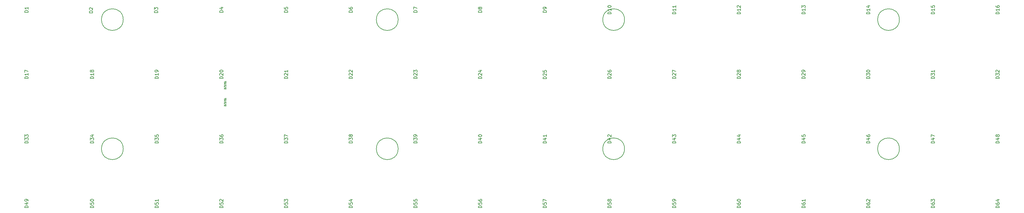
<source format=gbr>
%TF.GenerationSoftware,KiCad,Pcbnew,7.0.2*%
%TF.CreationDate,2023-09-15T07:29:03-04:00*%
%TF.ProjectId,QuicksilverStorm,51756963-6b73-4696-9c76-657253746f72,Mark 2 Rev F*%
%TF.SameCoordinates,Original*%
%TF.FileFunction,Other,Comment*%
%FSLAX46Y46*%
G04 Gerber Fmt 4.6, Leading zero omitted, Abs format (unit mm)*
G04 Created by KiCad (PCBNEW 7.0.2) date 2023-09-15 07:29:03*
%MOMM*%
%LPD*%
G01*
G04 APERTURE LIST*
%ADD10C,0.150000*%
%ADD11C,0.030000*%
G04 APERTURE END LIST*
D10*
%TO.C,D1*%
X42681369Y-88325594D02*
X41681369Y-88325594D01*
X41681369Y-88325594D02*
X41681369Y-88087499D01*
X41681369Y-88087499D02*
X41728988Y-87944642D01*
X41728988Y-87944642D02*
X41824226Y-87849404D01*
X41824226Y-87849404D02*
X41919464Y-87801785D01*
X41919464Y-87801785D02*
X42109940Y-87754166D01*
X42109940Y-87754166D02*
X42252797Y-87754166D01*
X42252797Y-87754166D02*
X42443273Y-87801785D01*
X42443273Y-87801785D02*
X42538511Y-87849404D01*
X42538511Y-87849404D02*
X42633750Y-87944642D01*
X42633750Y-87944642D02*
X42681369Y-88087499D01*
X42681369Y-88087499D02*
X42681369Y-88325594D01*
X42681369Y-86801785D02*
X42681369Y-87373213D01*
X42681369Y-87087499D02*
X41681369Y-87087499D01*
X41681369Y-87087499D02*
X41824226Y-87182737D01*
X41824226Y-87182737D02*
X41919464Y-87277975D01*
X41919464Y-87277975D02*
X41967083Y-87373213D01*
%TO.C,D2*%
X61681369Y-88475594D02*
X60681369Y-88475594D01*
X60681369Y-88475594D02*
X60681369Y-88237499D01*
X60681369Y-88237499D02*
X60728988Y-88094642D01*
X60728988Y-88094642D02*
X60824226Y-87999404D01*
X60824226Y-87999404D02*
X60919464Y-87951785D01*
X60919464Y-87951785D02*
X61109940Y-87904166D01*
X61109940Y-87904166D02*
X61252797Y-87904166D01*
X61252797Y-87904166D02*
X61443273Y-87951785D01*
X61443273Y-87951785D02*
X61538511Y-87999404D01*
X61538511Y-87999404D02*
X61633750Y-88094642D01*
X61633750Y-88094642D02*
X61681369Y-88237499D01*
X61681369Y-88237499D02*
X61681369Y-88475594D01*
X60776607Y-87523213D02*
X60728988Y-87475594D01*
X60728988Y-87475594D02*
X60681369Y-87380356D01*
X60681369Y-87380356D02*
X60681369Y-87142261D01*
X60681369Y-87142261D02*
X60728988Y-87047023D01*
X60728988Y-87047023D02*
X60776607Y-86999404D01*
X60776607Y-86999404D02*
X60871845Y-86951785D01*
X60871845Y-86951785D02*
X60967083Y-86951785D01*
X60967083Y-86951785D02*
X61109940Y-86999404D01*
X61109940Y-86999404D02*
X61681369Y-87570832D01*
X61681369Y-87570832D02*
X61681369Y-86951785D01*
%TO.C,D3*%
X80831369Y-88425594D02*
X79831369Y-88425594D01*
X79831369Y-88425594D02*
X79831369Y-88187499D01*
X79831369Y-88187499D02*
X79878988Y-88044642D01*
X79878988Y-88044642D02*
X79974226Y-87949404D01*
X79974226Y-87949404D02*
X80069464Y-87901785D01*
X80069464Y-87901785D02*
X80259940Y-87854166D01*
X80259940Y-87854166D02*
X80402797Y-87854166D01*
X80402797Y-87854166D02*
X80593273Y-87901785D01*
X80593273Y-87901785D02*
X80688511Y-87949404D01*
X80688511Y-87949404D02*
X80783750Y-88044642D01*
X80783750Y-88044642D02*
X80831369Y-88187499D01*
X80831369Y-88187499D02*
X80831369Y-88425594D01*
X79831369Y-87520832D02*
X79831369Y-86901785D01*
X79831369Y-86901785D02*
X80212321Y-87235118D01*
X80212321Y-87235118D02*
X80212321Y-87092261D01*
X80212321Y-87092261D02*
X80259940Y-86997023D01*
X80259940Y-86997023D02*
X80307559Y-86949404D01*
X80307559Y-86949404D02*
X80402797Y-86901785D01*
X80402797Y-86901785D02*
X80640892Y-86901785D01*
X80640892Y-86901785D02*
X80736130Y-86949404D01*
X80736130Y-86949404D02*
X80783750Y-86997023D01*
X80783750Y-86997023D02*
X80831369Y-87092261D01*
X80831369Y-87092261D02*
X80831369Y-87377975D01*
X80831369Y-87377975D02*
X80783750Y-87473213D01*
X80783750Y-87473213D02*
X80736130Y-87520832D01*
%TO.C,D4*%
X100081369Y-88325594D02*
X99081369Y-88325594D01*
X99081369Y-88325594D02*
X99081369Y-88087499D01*
X99081369Y-88087499D02*
X99128988Y-87944642D01*
X99128988Y-87944642D02*
X99224226Y-87849404D01*
X99224226Y-87849404D02*
X99319464Y-87801785D01*
X99319464Y-87801785D02*
X99509940Y-87754166D01*
X99509940Y-87754166D02*
X99652797Y-87754166D01*
X99652797Y-87754166D02*
X99843273Y-87801785D01*
X99843273Y-87801785D02*
X99938511Y-87849404D01*
X99938511Y-87849404D02*
X100033750Y-87944642D01*
X100033750Y-87944642D02*
X100081369Y-88087499D01*
X100081369Y-88087499D02*
X100081369Y-88325594D01*
X99414702Y-86897023D02*
X100081369Y-86897023D01*
X99033750Y-87135118D02*
X99748035Y-87373213D01*
X99748035Y-87373213D02*
X99748035Y-86754166D01*
%TO.C,D5*%
X119131369Y-88325594D02*
X118131369Y-88325594D01*
X118131369Y-88325594D02*
X118131369Y-88087499D01*
X118131369Y-88087499D02*
X118178988Y-87944642D01*
X118178988Y-87944642D02*
X118274226Y-87849404D01*
X118274226Y-87849404D02*
X118369464Y-87801785D01*
X118369464Y-87801785D02*
X118559940Y-87754166D01*
X118559940Y-87754166D02*
X118702797Y-87754166D01*
X118702797Y-87754166D02*
X118893273Y-87801785D01*
X118893273Y-87801785D02*
X118988511Y-87849404D01*
X118988511Y-87849404D02*
X119083750Y-87944642D01*
X119083750Y-87944642D02*
X119131369Y-88087499D01*
X119131369Y-88087499D02*
X119131369Y-88325594D01*
X118131369Y-86849404D02*
X118131369Y-87325594D01*
X118131369Y-87325594D02*
X118607559Y-87373213D01*
X118607559Y-87373213D02*
X118559940Y-87325594D01*
X118559940Y-87325594D02*
X118512321Y-87230356D01*
X118512321Y-87230356D02*
X118512321Y-86992261D01*
X118512321Y-86992261D02*
X118559940Y-86897023D01*
X118559940Y-86897023D02*
X118607559Y-86849404D01*
X118607559Y-86849404D02*
X118702797Y-86801785D01*
X118702797Y-86801785D02*
X118940892Y-86801785D01*
X118940892Y-86801785D02*
X119036130Y-86849404D01*
X119036130Y-86849404D02*
X119083750Y-86897023D01*
X119083750Y-86897023D02*
X119131369Y-86992261D01*
X119131369Y-86992261D02*
X119131369Y-87230356D01*
X119131369Y-87230356D02*
X119083750Y-87325594D01*
X119083750Y-87325594D02*
X119036130Y-87373213D01*
%TO.C,D6*%
X138181369Y-88325594D02*
X137181369Y-88325594D01*
X137181369Y-88325594D02*
X137181369Y-88087499D01*
X137181369Y-88087499D02*
X137228988Y-87944642D01*
X137228988Y-87944642D02*
X137324226Y-87849404D01*
X137324226Y-87849404D02*
X137419464Y-87801785D01*
X137419464Y-87801785D02*
X137609940Y-87754166D01*
X137609940Y-87754166D02*
X137752797Y-87754166D01*
X137752797Y-87754166D02*
X137943273Y-87801785D01*
X137943273Y-87801785D02*
X138038511Y-87849404D01*
X138038511Y-87849404D02*
X138133750Y-87944642D01*
X138133750Y-87944642D02*
X138181369Y-88087499D01*
X138181369Y-88087499D02*
X138181369Y-88325594D01*
X137181369Y-86897023D02*
X137181369Y-87087499D01*
X137181369Y-87087499D02*
X137228988Y-87182737D01*
X137228988Y-87182737D02*
X137276607Y-87230356D01*
X137276607Y-87230356D02*
X137419464Y-87325594D01*
X137419464Y-87325594D02*
X137609940Y-87373213D01*
X137609940Y-87373213D02*
X137990892Y-87373213D01*
X137990892Y-87373213D02*
X138086130Y-87325594D01*
X138086130Y-87325594D02*
X138133750Y-87277975D01*
X138133750Y-87277975D02*
X138181369Y-87182737D01*
X138181369Y-87182737D02*
X138181369Y-86992261D01*
X138181369Y-86992261D02*
X138133750Y-86897023D01*
X138133750Y-86897023D02*
X138086130Y-86849404D01*
X138086130Y-86849404D02*
X137990892Y-86801785D01*
X137990892Y-86801785D02*
X137752797Y-86801785D01*
X137752797Y-86801785D02*
X137657559Y-86849404D01*
X137657559Y-86849404D02*
X137609940Y-86897023D01*
X137609940Y-86897023D02*
X137562321Y-86992261D01*
X137562321Y-86992261D02*
X137562321Y-87182737D01*
X137562321Y-87182737D02*
X137609940Y-87277975D01*
X137609940Y-87277975D02*
X137657559Y-87325594D01*
X137657559Y-87325594D02*
X137752797Y-87373213D01*
%TO.C,D7*%
X157231369Y-88325594D02*
X156231369Y-88325594D01*
X156231369Y-88325594D02*
X156231369Y-88087499D01*
X156231369Y-88087499D02*
X156278988Y-87944642D01*
X156278988Y-87944642D02*
X156374226Y-87849404D01*
X156374226Y-87849404D02*
X156469464Y-87801785D01*
X156469464Y-87801785D02*
X156659940Y-87754166D01*
X156659940Y-87754166D02*
X156802797Y-87754166D01*
X156802797Y-87754166D02*
X156993273Y-87801785D01*
X156993273Y-87801785D02*
X157088511Y-87849404D01*
X157088511Y-87849404D02*
X157183750Y-87944642D01*
X157183750Y-87944642D02*
X157231369Y-88087499D01*
X157231369Y-88087499D02*
X157231369Y-88325594D01*
X156231369Y-87420832D02*
X156231369Y-86754166D01*
X156231369Y-86754166D02*
X157231369Y-87182737D01*
%TO.C,D8*%
X176281369Y-88325594D02*
X175281369Y-88325594D01*
X175281369Y-88325594D02*
X175281369Y-88087499D01*
X175281369Y-88087499D02*
X175328988Y-87944642D01*
X175328988Y-87944642D02*
X175424226Y-87849404D01*
X175424226Y-87849404D02*
X175519464Y-87801785D01*
X175519464Y-87801785D02*
X175709940Y-87754166D01*
X175709940Y-87754166D02*
X175852797Y-87754166D01*
X175852797Y-87754166D02*
X176043273Y-87801785D01*
X176043273Y-87801785D02*
X176138511Y-87849404D01*
X176138511Y-87849404D02*
X176233750Y-87944642D01*
X176233750Y-87944642D02*
X176281369Y-88087499D01*
X176281369Y-88087499D02*
X176281369Y-88325594D01*
X175709940Y-87182737D02*
X175662321Y-87277975D01*
X175662321Y-87277975D02*
X175614702Y-87325594D01*
X175614702Y-87325594D02*
X175519464Y-87373213D01*
X175519464Y-87373213D02*
X175471845Y-87373213D01*
X175471845Y-87373213D02*
X175376607Y-87325594D01*
X175376607Y-87325594D02*
X175328988Y-87277975D01*
X175328988Y-87277975D02*
X175281369Y-87182737D01*
X175281369Y-87182737D02*
X175281369Y-86992261D01*
X175281369Y-86992261D02*
X175328988Y-86897023D01*
X175328988Y-86897023D02*
X175376607Y-86849404D01*
X175376607Y-86849404D02*
X175471845Y-86801785D01*
X175471845Y-86801785D02*
X175519464Y-86801785D01*
X175519464Y-86801785D02*
X175614702Y-86849404D01*
X175614702Y-86849404D02*
X175662321Y-86897023D01*
X175662321Y-86897023D02*
X175709940Y-86992261D01*
X175709940Y-86992261D02*
X175709940Y-87182737D01*
X175709940Y-87182737D02*
X175757559Y-87277975D01*
X175757559Y-87277975D02*
X175805178Y-87325594D01*
X175805178Y-87325594D02*
X175900416Y-87373213D01*
X175900416Y-87373213D02*
X176090892Y-87373213D01*
X176090892Y-87373213D02*
X176186130Y-87325594D01*
X176186130Y-87325594D02*
X176233750Y-87277975D01*
X176233750Y-87277975D02*
X176281369Y-87182737D01*
X176281369Y-87182737D02*
X176281369Y-86992261D01*
X176281369Y-86992261D02*
X176233750Y-86897023D01*
X176233750Y-86897023D02*
X176186130Y-86849404D01*
X176186130Y-86849404D02*
X176090892Y-86801785D01*
X176090892Y-86801785D02*
X175900416Y-86801785D01*
X175900416Y-86801785D02*
X175805178Y-86849404D01*
X175805178Y-86849404D02*
X175757559Y-86897023D01*
X175757559Y-86897023D02*
X175709940Y-86992261D01*
%TO.C,D9*%
X195331369Y-88325594D02*
X194331369Y-88325594D01*
X194331369Y-88325594D02*
X194331369Y-88087499D01*
X194331369Y-88087499D02*
X194378988Y-87944642D01*
X194378988Y-87944642D02*
X194474226Y-87849404D01*
X194474226Y-87849404D02*
X194569464Y-87801785D01*
X194569464Y-87801785D02*
X194759940Y-87754166D01*
X194759940Y-87754166D02*
X194902797Y-87754166D01*
X194902797Y-87754166D02*
X195093273Y-87801785D01*
X195093273Y-87801785D02*
X195188511Y-87849404D01*
X195188511Y-87849404D02*
X195283750Y-87944642D01*
X195283750Y-87944642D02*
X195331369Y-88087499D01*
X195331369Y-88087499D02*
X195331369Y-88325594D01*
X195331369Y-87277975D02*
X195331369Y-87087499D01*
X195331369Y-87087499D02*
X195283750Y-86992261D01*
X195283750Y-86992261D02*
X195236130Y-86944642D01*
X195236130Y-86944642D02*
X195093273Y-86849404D01*
X195093273Y-86849404D02*
X194902797Y-86801785D01*
X194902797Y-86801785D02*
X194521845Y-86801785D01*
X194521845Y-86801785D02*
X194426607Y-86849404D01*
X194426607Y-86849404D02*
X194378988Y-86897023D01*
X194378988Y-86897023D02*
X194331369Y-86992261D01*
X194331369Y-86992261D02*
X194331369Y-87182737D01*
X194331369Y-87182737D02*
X194378988Y-87277975D01*
X194378988Y-87277975D02*
X194426607Y-87325594D01*
X194426607Y-87325594D02*
X194521845Y-87373213D01*
X194521845Y-87373213D02*
X194759940Y-87373213D01*
X194759940Y-87373213D02*
X194855178Y-87325594D01*
X194855178Y-87325594D02*
X194902797Y-87277975D01*
X194902797Y-87277975D02*
X194950416Y-87182737D01*
X194950416Y-87182737D02*
X194950416Y-86992261D01*
X194950416Y-86992261D02*
X194902797Y-86897023D01*
X194902797Y-86897023D02*
X194855178Y-86849404D01*
X194855178Y-86849404D02*
X194759940Y-86801785D01*
%TO.C,D10*%
X214381369Y-88801785D02*
X213381369Y-88801785D01*
X213381369Y-88801785D02*
X213381369Y-88563690D01*
X213381369Y-88563690D02*
X213428988Y-88420833D01*
X213428988Y-88420833D02*
X213524226Y-88325595D01*
X213524226Y-88325595D02*
X213619464Y-88277976D01*
X213619464Y-88277976D02*
X213809940Y-88230357D01*
X213809940Y-88230357D02*
X213952797Y-88230357D01*
X213952797Y-88230357D02*
X214143273Y-88277976D01*
X214143273Y-88277976D02*
X214238511Y-88325595D01*
X214238511Y-88325595D02*
X214333750Y-88420833D01*
X214333750Y-88420833D02*
X214381369Y-88563690D01*
X214381369Y-88563690D02*
X214381369Y-88801785D01*
X214381369Y-87277976D02*
X214381369Y-87849404D01*
X214381369Y-87563690D02*
X213381369Y-87563690D01*
X213381369Y-87563690D02*
X213524226Y-87658928D01*
X213524226Y-87658928D02*
X213619464Y-87754166D01*
X213619464Y-87754166D02*
X213667083Y-87849404D01*
X213381369Y-86658928D02*
X213381369Y-86563690D01*
X213381369Y-86563690D02*
X213428988Y-86468452D01*
X213428988Y-86468452D02*
X213476607Y-86420833D01*
X213476607Y-86420833D02*
X213571845Y-86373214D01*
X213571845Y-86373214D02*
X213762321Y-86325595D01*
X213762321Y-86325595D02*
X214000416Y-86325595D01*
X214000416Y-86325595D02*
X214190892Y-86373214D01*
X214190892Y-86373214D02*
X214286130Y-86420833D01*
X214286130Y-86420833D02*
X214333750Y-86468452D01*
X214333750Y-86468452D02*
X214381369Y-86563690D01*
X214381369Y-86563690D02*
X214381369Y-86658928D01*
X214381369Y-86658928D02*
X214333750Y-86754166D01*
X214333750Y-86754166D02*
X214286130Y-86801785D01*
X214286130Y-86801785D02*
X214190892Y-86849404D01*
X214190892Y-86849404D02*
X214000416Y-86897023D01*
X214000416Y-86897023D02*
X213762321Y-86897023D01*
X213762321Y-86897023D02*
X213571845Y-86849404D01*
X213571845Y-86849404D02*
X213476607Y-86801785D01*
X213476607Y-86801785D02*
X213428988Y-86754166D01*
X213428988Y-86754166D02*
X213381369Y-86658928D01*
%TO.C,D11*%
X233431369Y-88801785D02*
X232431369Y-88801785D01*
X232431369Y-88801785D02*
X232431369Y-88563690D01*
X232431369Y-88563690D02*
X232478988Y-88420833D01*
X232478988Y-88420833D02*
X232574226Y-88325595D01*
X232574226Y-88325595D02*
X232669464Y-88277976D01*
X232669464Y-88277976D02*
X232859940Y-88230357D01*
X232859940Y-88230357D02*
X233002797Y-88230357D01*
X233002797Y-88230357D02*
X233193273Y-88277976D01*
X233193273Y-88277976D02*
X233288511Y-88325595D01*
X233288511Y-88325595D02*
X233383750Y-88420833D01*
X233383750Y-88420833D02*
X233431369Y-88563690D01*
X233431369Y-88563690D02*
X233431369Y-88801785D01*
X233431369Y-87277976D02*
X233431369Y-87849404D01*
X233431369Y-87563690D02*
X232431369Y-87563690D01*
X232431369Y-87563690D02*
X232574226Y-87658928D01*
X232574226Y-87658928D02*
X232669464Y-87754166D01*
X232669464Y-87754166D02*
X232717083Y-87849404D01*
X233431369Y-86325595D02*
X233431369Y-86897023D01*
X233431369Y-86611309D02*
X232431369Y-86611309D01*
X232431369Y-86611309D02*
X232574226Y-86706547D01*
X232574226Y-86706547D02*
X232669464Y-86801785D01*
X232669464Y-86801785D02*
X232717083Y-86897023D01*
%TO.C,D12*%
X252481369Y-88801785D02*
X251481369Y-88801785D01*
X251481369Y-88801785D02*
X251481369Y-88563690D01*
X251481369Y-88563690D02*
X251528988Y-88420833D01*
X251528988Y-88420833D02*
X251624226Y-88325595D01*
X251624226Y-88325595D02*
X251719464Y-88277976D01*
X251719464Y-88277976D02*
X251909940Y-88230357D01*
X251909940Y-88230357D02*
X252052797Y-88230357D01*
X252052797Y-88230357D02*
X252243273Y-88277976D01*
X252243273Y-88277976D02*
X252338511Y-88325595D01*
X252338511Y-88325595D02*
X252433750Y-88420833D01*
X252433750Y-88420833D02*
X252481369Y-88563690D01*
X252481369Y-88563690D02*
X252481369Y-88801785D01*
X252481369Y-87277976D02*
X252481369Y-87849404D01*
X252481369Y-87563690D02*
X251481369Y-87563690D01*
X251481369Y-87563690D02*
X251624226Y-87658928D01*
X251624226Y-87658928D02*
X251719464Y-87754166D01*
X251719464Y-87754166D02*
X251767083Y-87849404D01*
X251576607Y-86897023D02*
X251528988Y-86849404D01*
X251528988Y-86849404D02*
X251481369Y-86754166D01*
X251481369Y-86754166D02*
X251481369Y-86516071D01*
X251481369Y-86516071D02*
X251528988Y-86420833D01*
X251528988Y-86420833D02*
X251576607Y-86373214D01*
X251576607Y-86373214D02*
X251671845Y-86325595D01*
X251671845Y-86325595D02*
X251767083Y-86325595D01*
X251767083Y-86325595D02*
X251909940Y-86373214D01*
X251909940Y-86373214D02*
X252481369Y-86944642D01*
X252481369Y-86944642D02*
X252481369Y-86325595D01*
%TO.C,D13*%
X271531369Y-88801785D02*
X270531369Y-88801785D01*
X270531369Y-88801785D02*
X270531369Y-88563690D01*
X270531369Y-88563690D02*
X270578988Y-88420833D01*
X270578988Y-88420833D02*
X270674226Y-88325595D01*
X270674226Y-88325595D02*
X270769464Y-88277976D01*
X270769464Y-88277976D02*
X270959940Y-88230357D01*
X270959940Y-88230357D02*
X271102797Y-88230357D01*
X271102797Y-88230357D02*
X271293273Y-88277976D01*
X271293273Y-88277976D02*
X271388511Y-88325595D01*
X271388511Y-88325595D02*
X271483750Y-88420833D01*
X271483750Y-88420833D02*
X271531369Y-88563690D01*
X271531369Y-88563690D02*
X271531369Y-88801785D01*
X271531369Y-87277976D02*
X271531369Y-87849404D01*
X271531369Y-87563690D02*
X270531369Y-87563690D01*
X270531369Y-87563690D02*
X270674226Y-87658928D01*
X270674226Y-87658928D02*
X270769464Y-87754166D01*
X270769464Y-87754166D02*
X270817083Y-87849404D01*
X270531369Y-86944642D02*
X270531369Y-86325595D01*
X270531369Y-86325595D02*
X270912321Y-86658928D01*
X270912321Y-86658928D02*
X270912321Y-86516071D01*
X270912321Y-86516071D02*
X270959940Y-86420833D01*
X270959940Y-86420833D02*
X271007559Y-86373214D01*
X271007559Y-86373214D02*
X271102797Y-86325595D01*
X271102797Y-86325595D02*
X271340892Y-86325595D01*
X271340892Y-86325595D02*
X271436130Y-86373214D01*
X271436130Y-86373214D02*
X271483750Y-86420833D01*
X271483750Y-86420833D02*
X271531369Y-86516071D01*
X271531369Y-86516071D02*
X271531369Y-86801785D01*
X271531369Y-86801785D02*
X271483750Y-86897023D01*
X271483750Y-86897023D02*
X271436130Y-86944642D01*
%TO.C,D14*%
X290581369Y-88801785D02*
X289581369Y-88801785D01*
X289581369Y-88801785D02*
X289581369Y-88563690D01*
X289581369Y-88563690D02*
X289628988Y-88420833D01*
X289628988Y-88420833D02*
X289724226Y-88325595D01*
X289724226Y-88325595D02*
X289819464Y-88277976D01*
X289819464Y-88277976D02*
X290009940Y-88230357D01*
X290009940Y-88230357D02*
X290152797Y-88230357D01*
X290152797Y-88230357D02*
X290343273Y-88277976D01*
X290343273Y-88277976D02*
X290438511Y-88325595D01*
X290438511Y-88325595D02*
X290533750Y-88420833D01*
X290533750Y-88420833D02*
X290581369Y-88563690D01*
X290581369Y-88563690D02*
X290581369Y-88801785D01*
X290581369Y-87277976D02*
X290581369Y-87849404D01*
X290581369Y-87563690D02*
X289581369Y-87563690D01*
X289581369Y-87563690D02*
X289724226Y-87658928D01*
X289724226Y-87658928D02*
X289819464Y-87754166D01*
X289819464Y-87754166D02*
X289867083Y-87849404D01*
X289914702Y-86420833D02*
X290581369Y-86420833D01*
X289533750Y-86658928D02*
X290248035Y-86897023D01*
X290248035Y-86897023D02*
X290248035Y-86277976D01*
%TO.C,D15*%
X309631369Y-88801785D02*
X308631369Y-88801785D01*
X308631369Y-88801785D02*
X308631369Y-88563690D01*
X308631369Y-88563690D02*
X308678988Y-88420833D01*
X308678988Y-88420833D02*
X308774226Y-88325595D01*
X308774226Y-88325595D02*
X308869464Y-88277976D01*
X308869464Y-88277976D02*
X309059940Y-88230357D01*
X309059940Y-88230357D02*
X309202797Y-88230357D01*
X309202797Y-88230357D02*
X309393273Y-88277976D01*
X309393273Y-88277976D02*
X309488511Y-88325595D01*
X309488511Y-88325595D02*
X309583750Y-88420833D01*
X309583750Y-88420833D02*
X309631369Y-88563690D01*
X309631369Y-88563690D02*
X309631369Y-88801785D01*
X309631369Y-87277976D02*
X309631369Y-87849404D01*
X309631369Y-87563690D02*
X308631369Y-87563690D01*
X308631369Y-87563690D02*
X308774226Y-87658928D01*
X308774226Y-87658928D02*
X308869464Y-87754166D01*
X308869464Y-87754166D02*
X308917083Y-87849404D01*
X308631369Y-86373214D02*
X308631369Y-86849404D01*
X308631369Y-86849404D02*
X309107559Y-86897023D01*
X309107559Y-86897023D02*
X309059940Y-86849404D01*
X309059940Y-86849404D02*
X309012321Y-86754166D01*
X309012321Y-86754166D02*
X309012321Y-86516071D01*
X309012321Y-86516071D02*
X309059940Y-86420833D01*
X309059940Y-86420833D02*
X309107559Y-86373214D01*
X309107559Y-86373214D02*
X309202797Y-86325595D01*
X309202797Y-86325595D02*
X309440892Y-86325595D01*
X309440892Y-86325595D02*
X309536130Y-86373214D01*
X309536130Y-86373214D02*
X309583750Y-86420833D01*
X309583750Y-86420833D02*
X309631369Y-86516071D01*
X309631369Y-86516071D02*
X309631369Y-86754166D01*
X309631369Y-86754166D02*
X309583750Y-86849404D01*
X309583750Y-86849404D02*
X309536130Y-86897023D01*
%TO.C,D16*%
X328681369Y-88801785D02*
X327681369Y-88801785D01*
X327681369Y-88801785D02*
X327681369Y-88563690D01*
X327681369Y-88563690D02*
X327728988Y-88420833D01*
X327728988Y-88420833D02*
X327824226Y-88325595D01*
X327824226Y-88325595D02*
X327919464Y-88277976D01*
X327919464Y-88277976D02*
X328109940Y-88230357D01*
X328109940Y-88230357D02*
X328252797Y-88230357D01*
X328252797Y-88230357D02*
X328443273Y-88277976D01*
X328443273Y-88277976D02*
X328538511Y-88325595D01*
X328538511Y-88325595D02*
X328633750Y-88420833D01*
X328633750Y-88420833D02*
X328681369Y-88563690D01*
X328681369Y-88563690D02*
X328681369Y-88801785D01*
X328681369Y-87277976D02*
X328681369Y-87849404D01*
X328681369Y-87563690D02*
X327681369Y-87563690D01*
X327681369Y-87563690D02*
X327824226Y-87658928D01*
X327824226Y-87658928D02*
X327919464Y-87754166D01*
X327919464Y-87754166D02*
X327967083Y-87849404D01*
X327681369Y-86420833D02*
X327681369Y-86611309D01*
X327681369Y-86611309D02*
X327728988Y-86706547D01*
X327728988Y-86706547D02*
X327776607Y-86754166D01*
X327776607Y-86754166D02*
X327919464Y-86849404D01*
X327919464Y-86849404D02*
X328109940Y-86897023D01*
X328109940Y-86897023D02*
X328490892Y-86897023D01*
X328490892Y-86897023D02*
X328586130Y-86849404D01*
X328586130Y-86849404D02*
X328633750Y-86801785D01*
X328633750Y-86801785D02*
X328681369Y-86706547D01*
X328681369Y-86706547D02*
X328681369Y-86516071D01*
X328681369Y-86516071D02*
X328633750Y-86420833D01*
X328633750Y-86420833D02*
X328586130Y-86373214D01*
X328586130Y-86373214D02*
X328490892Y-86325595D01*
X328490892Y-86325595D02*
X328252797Y-86325595D01*
X328252797Y-86325595D02*
X328157559Y-86373214D01*
X328157559Y-86373214D02*
X328109940Y-86420833D01*
X328109940Y-86420833D02*
X328062321Y-86516071D01*
X328062321Y-86516071D02*
X328062321Y-86706547D01*
X328062321Y-86706547D02*
X328109940Y-86801785D01*
X328109940Y-86801785D02*
X328157559Y-86849404D01*
X328157559Y-86849404D02*
X328252797Y-86897023D01*
%TO.C,D17*%
X42681369Y-107851785D02*
X41681369Y-107851785D01*
X41681369Y-107851785D02*
X41681369Y-107613690D01*
X41681369Y-107613690D02*
X41728988Y-107470833D01*
X41728988Y-107470833D02*
X41824226Y-107375595D01*
X41824226Y-107375595D02*
X41919464Y-107327976D01*
X41919464Y-107327976D02*
X42109940Y-107280357D01*
X42109940Y-107280357D02*
X42252797Y-107280357D01*
X42252797Y-107280357D02*
X42443273Y-107327976D01*
X42443273Y-107327976D02*
X42538511Y-107375595D01*
X42538511Y-107375595D02*
X42633750Y-107470833D01*
X42633750Y-107470833D02*
X42681369Y-107613690D01*
X42681369Y-107613690D02*
X42681369Y-107851785D01*
X42681369Y-106327976D02*
X42681369Y-106899404D01*
X42681369Y-106613690D02*
X41681369Y-106613690D01*
X41681369Y-106613690D02*
X41824226Y-106708928D01*
X41824226Y-106708928D02*
X41919464Y-106804166D01*
X41919464Y-106804166D02*
X41967083Y-106899404D01*
X41681369Y-105994642D02*
X41681369Y-105327976D01*
X41681369Y-105327976D02*
X42681369Y-105756547D01*
%TO.C,D18*%
X61981369Y-107851785D02*
X60981369Y-107851785D01*
X60981369Y-107851785D02*
X60981369Y-107613690D01*
X60981369Y-107613690D02*
X61028988Y-107470833D01*
X61028988Y-107470833D02*
X61124226Y-107375595D01*
X61124226Y-107375595D02*
X61219464Y-107327976D01*
X61219464Y-107327976D02*
X61409940Y-107280357D01*
X61409940Y-107280357D02*
X61552797Y-107280357D01*
X61552797Y-107280357D02*
X61743273Y-107327976D01*
X61743273Y-107327976D02*
X61838511Y-107375595D01*
X61838511Y-107375595D02*
X61933750Y-107470833D01*
X61933750Y-107470833D02*
X61981369Y-107613690D01*
X61981369Y-107613690D02*
X61981369Y-107851785D01*
X61981369Y-106327976D02*
X61981369Y-106899404D01*
X61981369Y-106613690D02*
X60981369Y-106613690D01*
X60981369Y-106613690D02*
X61124226Y-106708928D01*
X61124226Y-106708928D02*
X61219464Y-106804166D01*
X61219464Y-106804166D02*
X61267083Y-106899404D01*
X61409940Y-105756547D02*
X61362321Y-105851785D01*
X61362321Y-105851785D02*
X61314702Y-105899404D01*
X61314702Y-105899404D02*
X61219464Y-105947023D01*
X61219464Y-105947023D02*
X61171845Y-105947023D01*
X61171845Y-105947023D02*
X61076607Y-105899404D01*
X61076607Y-105899404D02*
X61028988Y-105851785D01*
X61028988Y-105851785D02*
X60981369Y-105756547D01*
X60981369Y-105756547D02*
X60981369Y-105566071D01*
X60981369Y-105566071D02*
X61028988Y-105470833D01*
X61028988Y-105470833D02*
X61076607Y-105423214D01*
X61076607Y-105423214D02*
X61171845Y-105375595D01*
X61171845Y-105375595D02*
X61219464Y-105375595D01*
X61219464Y-105375595D02*
X61314702Y-105423214D01*
X61314702Y-105423214D02*
X61362321Y-105470833D01*
X61362321Y-105470833D02*
X61409940Y-105566071D01*
X61409940Y-105566071D02*
X61409940Y-105756547D01*
X61409940Y-105756547D02*
X61457559Y-105851785D01*
X61457559Y-105851785D02*
X61505178Y-105899404D01*
X61505178Y-105899404D02*
X61600416Y-105947023D01*
X61600416Y-105947023D02*
X61790892Y-105947023D01*
X61790892Y-105947023D02*
X61886130Y-105899404D01*
X61886130Y-105899404D02*
X61933750Y-105851785D01*
X61933750Y-105851785D02*
X61981369Y-105756547D01*
X61981369Y-105756547D02*
X61981369Y-105566071D01*
X61981369Y-105566071D02*
X61933750Y-105470833D01*
X61933750Y-105470833D02*
X61886130Y-105423214D01*
X61886130Y-105423214D02*
X61790892Y-105375595D01*
X61790892Y-105375595D02*
X61600416Y-105375595D01*
X61600416Y-105375595D02*
X61505178Y-105423214D01*
X61505178Y-105423214D02*
X61457559Y-105470833D01*
X61457559Y-105470833D02*
X61409940Y-105566071D01*
%TO.C,D19*%
X81031369Y-107851785D02*
X80031369Y-107851785D01*
X80031369Y-107851785D02*
X80031369Y-107613690D01*
X80031369Y-107613690D02*
X80078988Y-107470833D01*
X80078988Y-107470833D02*
X80174226Y-107375595D01*
X80174226Y-107375595D02*
X80269464Y-107327976D01*
X80269464Y-107327976D02*
X80459940Y-107280357D01*
X80459940Y-107280357D02*
X80602797Y-107280357D01*
X80602797Y-107280357D02*
X80793273Y-107327976D01*
X80793273Y-107327976D02*
X80888511Y-107375595D01*
X80888511Y-107375595D02*
X80983750Y-107470833D01*
X80983750Y-107470833D02*
X81031369Y-107613690D01*
X81031369Y-107613690D02*
X81031369Y-107851785D01*
X81031369Y-106327976D02*
X81031369Y-106899404D01*
X81031369Y-106613690D02*
X80031369Y-106613690D01*
X80031369Y-106613690D02*
X80174226Y-106708928D01*
X80174226Y-106708928D02*
X80269464Y-106804166D01*
X80269464Y-106804166D02*
X80317083Y-106899404D01*
X81031369Y-105851785D02*
X81031369Y-105661309D01*
X81031369Y-105661309D02*
X80983750Y-105566071D01*
X80983750Y-105566071D02*
X80936130Y-105518452D01*
X80936130Y-105518452D02*
X80793273Y-105423214D01*
X80793273Y-105423214D02*
X80602797Y-105375595D01*
X80602797Y-105375595D02*
X80221845Y-105375595D01*
X80221845Y-105375595D02*
X80126607Y-105423214D01*
X80126607Y-105423214D02*
X80078988Y-105470833D01*
X80078988Y-105470833D02*
X80031369Y-105566071D01*
X80031369Y-105566071D02*
X80031369Y-105756547D01*
X80031369Y-105756547D02*
X80078988Y-105851785D01*
X80078988Y-105851785D02*
X80126607Y-105899404D01*
X80126607Y-105899404D02*
X80221845Y-105947023D01*
X80221845Y-105947023D02*
X80459940Y-105947023D01*
X80459940Y-105947023D02*
X80555178Y-105899404D01*
X80555178Y-105899404D02*
X80602797Y-105851785D01*
X80602797Y-105851785D02*
X80650416Y-105756547D01*
X80650416Y-105756547D02*
X80650416Y-105566071D01*
X80650416Y-105566071D02*
X80602797Y-105470833D01*
X80602797Y-105470833D02*
X80555178Y-105423214D01*
X80555178Y-105423214D02*
X80459940Y-105375595D01*
%TO.C,D20*%
X100081369Y-107851785D02*
X99081369Y-107851785D01*
X99081369Y-107851785D02*
X99081369Y-107613690D01*
X99081369Y-107613690D02*
X99128988Y-107470833D01*
X99128988Y-107470833D02*
X99224226Y-107375595D01*
X99224226Y-107375595D02*
X99319464Y-107327976D01*
X99319464Y-107327976D02*
X99509940Y-107280357D01*
X99509940Y-107280357D02*
X99652797Y-107280357D01*
X99652797Y-107280357D02*
X99843273Y-107327976D01*
X99843273Y-107327976D02*
X99938511Y-107375595D01*
X99938511Y-107375595D02*
X100033750Y-107470833D01*
X100033750Y-107470833D02*
X100081369Y-107613690D01*
X100081369Y-107613690D02*
X100081369Y-107851785D01*
X99176607Y-106899404D02*
X99128988Y-106851785D01*
X99128988Y-106851785D02*
X99081369Y-106756547D01*
X99081369Y-106756547D02*
X99081369Y-106518452D01*
X99081369Y-106518452D02*
X99128988Y-106423214D01*
X99128988Y-106423214D02*
X99176607Y-106375595D01*
X99176607Y-106375595D02*
X99271845Y-106327976D01*
X99271845Y-106327976D02*
X99367083Y-106327976D01*
X99367083Y-106327976D02*
X99509940Y-106375595D01*
X99509940Y-106375595D02*
X100081369Y-106947023D01*
X100081369Y-106947023D02*
X100081369Y-106327976D01*
X99081369Y-105708928D02*
X99081369Y-105613690D01*
X99081369Y-105613690D02*
X99128988Y-105518452D01*
X99128988Y-105518452D02*
X99176607Y-105470833D01*
X99176607Y-105470833D02*
X99271845Y-105423214D01*
X99271845Y-105423214D02*
X99462321Y-105375595D01*
X99462321Y-105375595D02*
X99700416Y-105375595D01*
X99700416Y-105375595D02*
X99890892Y-105423214D01*
X99890892Y-105423214D02*
X99986130Y-105470833D01*
X99986130Y-105470833D02*
X100033750Y-105518452D01*
X100033750Y-105518452D02*
X100081369Y-105613690D01*
X100081369Y-105613690D02*
X100081369Y-105708928D01*
X100081369Y-105708928D02*
X100033750Y-105804166D01*
X100033750Y-105804166D02*
X99986130Y-105851785D01*
X99986130Y-105851785D02*
X99890892Y-105899404D01*
X99890892Y-105899404D02*
X99700416Y-105947023D01*
X99700416Y-105947023D02*
X99462321Y-105947023D01*
X99462321Y-105947023D02*
X99271845Y-105899404D01*
X99271845Y-105899404D02*
X99176607Y-105851785D01*
X99176607Y-105851785D02*
X99128988Y-105804166D01*
X99128988Y-105804166D02*
X99081369Y-105708928D01*
%TO.C,D21*%
X119131369Y-107851785D02*
X118131369Y-107851785D01*
X118131369Y-107851785D02*
X118131369Y-107613690D01*
X118131369Y-107613690D02*
X118178988Y-107470833D01*
X118178988Y-107470833D02*
X118274226Y-107375595D01*
X118274226Y-107375595D02*
X118369464Y-107327976D01*
X118369464Y-107327976D02*
X118559940Y-107280357D01*
X118559940Y-107280357D02*
X118702797Y-107280357D01*
X118702797Y-107280357D02*
X118893273Y-107327976D01*
X118893273Y-107327976D02*
X118988511Y-107375595D01*
X118988511Y-107375595D02*
X119083750Y-107470833D01*
X119083750Y-107470833D02*
X119131369Y-107613690D01*
X119131369Y-107613690D02*
X119131369Y-107851785D01*
X118226607Y-106899404D02*
X118178988Y-106851785D01*
X118178988Y-106851785D02*
X118131369Y-106756547D01*
X118131369Y-106756547D02*
X118131369Y-106518452D01*
X118131369Y-106518452D02*
X118178988Y-106423214D01*
X118178988Y-106423214D02*
X118226607Y-106375595D01*
X118226607Y-106375595D02*
X118321845Y-106327976D01*
X118321845Y-106327976D02*
X118417083Y-106327976D01*
X118417083Y-106327976D02*
X118559940Y-106375595D01*
X118559940Y-106375595D02*
X119131369Y-106947023D01*
X119131369Y-106947023D02*
X119131369Y-106327976D01*
X119131369Y-105375595D02*
X119131369Y-105947023D01*
X119131369Y-105661309D02*
X118131369Y-105661309D01*
X118131369Y-105661309D02*
X118274226Y-105756547D01*
X118274226Y-105756547D02*
X118369464Y-105851785D01*
X118369464Y-105851785D02*
X118417083Y-105947023D01*
%TO.C,D22*%
X138181369Y-107851785D02*
X137181369Y-107851785D01*
X137181369Y-107851785D02*
X137181369Y-107613690D01*
X137181369Y-107613690D02*
X137228988Y-107470833D01*
X137228988Y-107470833D02*
X137324226Y-107375595D01*
X137324226Y-107375595D02*
X137419464Y-107327976D01*
X137419464Y-107327976D02*
X137609940Y-107280357D01*
X137609940Y-107280357D02*
X137752797Y-107280357D01*
X137752797Y-107280357D02*
X137943273Y-107327976D01*
X137943273Y-107327976D02*
X138038511Y-107375595D01*
X138038511Y-107375595D02*
X138133750Y-107470833D01*
X138133750Y-107470833D02*
X138181369Y-107613690D01*
X138181369Y-107613690D02*
X138181369Y-107851785D01*
X137276607Y-106899404D02*
X137228988Y-106851785D01*
X137228988Y-106851785D02*
X137181369Y-106756547D01*
X137181369Y-106756547D02*
X137181369Y-106518452D01*
X137181369Y-106518452D02*
X137228988Y-106423214D01*
X137228988Y-106423214D02*
X137276607Y-106375595D01*
X137276607Y-106375595D02*
X137371845Y-106327976D01*
X137371845Y-106327976D02*
X137467083Y-106327976D01*
X137467083Y-106327976D02*
X137609940Y-106375595D01*
X137609940Y-106375595D02*
X138181369Y-106947023D01*
X138181369Y-106947023D02*
X138181369Y-106327976D01*
X137276607Y-105947023D02*
X137228988Y-105899404D01*
X137228988Y-105899404D02*
X137181369Y-105804166D01*
X137181369Y-105804166D02*
X137181369Y-105566071D01*
X137181369Y-105566071D02*
X137228988Y-105470833D01*
X137228988Y-105470833D02*
X137276607Y-105423214D01*
X137276607Y-105423214D02*
X137371845Y-105375595D01*
X137371845Y-105375595D02*
X137467083Y-105375595D01*
X137467083Y-105375595D02*
X137609940Y-105423214D01*
X137609940Y-105423214D02*
X138181369Y-105994642D01*
X138181369Y-105994642D02*
X138181369Y-105375595D01*
%TO.C,D23*%
X157231369Y-107851785D02*
X156231369Y-107851785D01*
X156231369Y-107851785D02*
X156231369Y-107613690D01*
X156231369Y-107613690D02*
X156278988Y-107470833D01*
X156278988Y-107470833D02*
X156374226Y-107375595D01*
X156374226Y-107375595D02*
X156469464Y-107327976D01*
X156469464Y-107327976D02*
X156659940Y-107280357D01*
X156659940Y-107280357D02*
X156802797Y-107280357D01*
X156802797Y-107280357D02*
X156993273Y-107327976D01*
X156993273Y-107327976D02*
X157088511Y-107375595D01*
X157088511Y-107375595D02*
X157183750Y-107470833D01*
X157183750Y-107470833D02*
X157231369Y-107613690D01*
X157231369Y-107613690D02*
X157231369Y-107851785D01*
X156326607Y-106899404D02*
X156278988Y-106851785D01*
X156278988Y-106851785D02*
X156231369Y-106756547D01*
X156231369Y-106756547D02*
X156231369Y-106518452D01*
X156231369Y-106518452D02*
X156278988Y-106423214D01*
X156278988Y-106423214D02*
X156326607Y-106375595D01*
X156326607Y-106375595D02*
X156421845Y-106327976D01*
X156421845Y-106327976D02*
X156517083Y-106327976D01*
X156517083Y-106327976D02*
X156659940Y-106375595D01*
X156659940Y-106375595D02*
X157231369Y-106947023D01*
X157231369Y-106947023D02*
X157231369Y-106327976D01*
X156231369Y-105994642D02*
X156231369Y-105375595D01*
X156231369Y-105375595D02*
X156612321Y-105708928D01*
X156612321Y-105708928D02*
X156612321Y-105566071D01*
X156612321Y-105566071D02*
X156659940Y-105470833D01*
X156659940Y-105470833D02*
X156707559Y-105423214D01*
X156707559Y-105423214D02*
X156802797Y-105375595D01*
X156802797Y-105375595D02*
X157040892Y-105375595D01*
X157040892Y-105375595D02*
X157136130Y-105423214D01*
X157136130Y-105423214D02*
X157183750Y-105470833D01*
X157183750Y-105470833D02*
X157231369Y-105566071D01*
X157231369Y-105566071D02*
X157231369Y-105851785D01*
X157231369Y-105851785D02*
X157183750Y-105947023D01*
X157183750Y-105947023D02*
X157136130Y-105994642D01*
%TO.C,D24*%
X176281369Y-107851785D02*
X175281369Y-107851785D01*
X175281369Y-107851785D02*
X175281369Y-107613690D01*
X175281369Y-107613690D02*
X175328988Y-107470833D01*
X175328988Y-107470833D02*
X175424226Y-107375595D01*
X175424226Y-107375595D02*
X175519464Y-107327976D01*
X175519464Y-107327976D02*
X175709940Y-107280357D01*
X175709940Y-107280357D02*
X175852797Y-107280357D01*
X175852797Y-107280357D02*
X176043273Y-107327976D01*
X176043273Y-107327976D02*
X176138511Y-107375595D01*
X176138511Y-107375595D02*
X176233750Y-107470833D01*
X176233750Y-107470833D02*
X176281369Y-107613690D01*
X176281369Y-107613690D02*
X176281369Y-107851785D01*
X175376607Y-106899404D02*
X175328988Y-106851785D01*
X175328988Y-106851785D02*
X175281369Y-106756547D01*
X175281369Y-106756547D02*
X175281369Y-106518452D01*
X175281369Y-106518452D02*
X175328988Y-106423214D01*
X175328988Y-106423214D02*
X175376607Y-106375595D01*
X175376607Y-106375595D02*
X175471845Y-106327976D01*
X175471845Y-106327976D02*
X175567083Y-106327976D01*
X175567083Y-106327976D02*
X175709940Y-106375595D01*
X175709940Y-106375595D02*
X176281369Y-106947023D01*
X176281369Y-106947023D02*
X176281369Y-106327976D01*
X175614702Y-105470833D02*
X176281369Y-105470833D01*
X175233750Y-105708928D02*
X175948035Y-105947023D01*
X175948035Y-105947023D02*
X175948035Y-105327976D01*
%TO.C,D25*%
X195331369Y-107914285D02*
X194331369Y-107914285D01*
X194331369Y-107914285D02*
X194331369Y-107676190D01*
X194331369Y-107676190D02*
X194378988Y-107533333D01*
X194378988Y-107533333D02*
X194474226Y-107438095D01*
X194474226Y-107438095D02*
X194569464Y-107390476D01*
X194569464Y-107390476D02*
X194759940Y-107342857D01*
X194759940Y-107342857D02*
X194902797Y-107342857D01*
X194902797Y-107342857D02*
X195093273Y-107390476D01*
X195093273Y-107390476D02*
X195188511Y-107438095D01*
X195188511Y-107438095D02*
X195283750Y-107533333D01*
X195283750Y-107533333D02*
X195331369Y-107676190D01*
X195331369Y-107676190D02*
X195331369Y-107914285D01*
X194426607Y-106961904D02*
X194378988Y-106914285D01*
X194378988Y-106914285D02*
X194331369Y-106819047D01*
X194331369Y-106819047D02*
X194331369Y-106580952D01*
X194331369Y-106580952D02*
X194378988Y-106485714D01*
X194378988Y-106485714D02*
X194426607Y-106438095D01*
X194426607Y-106438095D02*
X194521845Y-106390476D01*
X194521845Y-106390476D02*
X194617083Y-106390476D01*
X194617083Y-106390476D02*
X194759940Y-106438095D01*
X194759940Y-106438095D02*
X195331369Y-107009523D01*
X195331369Y-107009523D02*
X195331369Y-106390476D01*
X194331369Y-105485714D02*
X194331369Y-105961904D01*
X194331369Y-105961904D02*
X194807559Y-106009523D01*
X194807559Y-106009523D02*
X194759940Y-105961904D01*
X194759940Y-105961904D02*
X194712321Y-105866666D01*
X194712321Y-105866666D02*
X194712321Y-105628571D01*
X194712321Y-105628571D02*
X194759940Y-105533333D01*
X194759940Y-105533333D02*
X194807559Y-105485714D01*
X194807559Y-105485714D02*
X194902797Y-105438095D01*
X194902797Y-105438095D02*
X195140892Y-105438095D01*
X195140892Y-105438095D02*
X195236130Y-105485714D01*
X195236130Y-105485714D02*
X195283750Y-105533333D01*
X195283750Y-105533333D02*
X195331369Y-105628571D01*
X195331369Y-105628571D02*
X195331369Y-105866666D01*
X195331369Y-105866666D02*
X195283750Y-105961904D01*
X195283750Y-105961904D02*
X195236130Y-106009523D01*
%TO.C,D26*%
X214381369Y-107839285D02*
X213381369Y-107839285D01*
X213381369Y-107839285D02*
X213381369Y-107601190D01*
X213381369Y-107601190D02*
X213428988Y-107458333D01*
X213428988Y-107458333D02*
X213524226Y-107363095D01*
X213524226Y-107363095D02*
X213619464Y-107315476D01*
X213619464Y-107315476D02*
X213809940Y-107267857D01*
X213809940Y-107267857D02*
X213952797Y-107267857D01*
X213952797Y-107267857D02*
X214143273Y-107315476D01*
X214143273Y-107315476D02*
X214238511Y-107363095D01*
X214238511Y-107363095D02*
X214333750Y-107458333D01*
X214333750Y-107458333D02*
X214381369Y-107601190D01*
X214381369Y-107601190D02*
X214381369Y-107839285D01*
X213476607Y-106886904D02*
X213428988Y-106839285D01*
X213428988Y-106839285D02*
X213381369Y-106744047D01*
X213381369Y-106744047D02*
X213381369Y-106505952D01*
X213381369Y-106505952D02*
X213428988Y-106410714D01*
X213428988Y-106410714D02*
X213476607Y-106363095D01*
X213476607Y-106363095D02*
X213571845Y-106315476D01*
X213571845Y-106315476D02*
X213667083Y-106315476D01*
X213667083Y-106315476D02*
X213809940Y-106363095D01*
X213809940Y-106363095D02*
X214381369Y-106934523D01*
X214381369Y-106934523D02*
X214381369Y-106315476D01*
X213381369Y-105458333D02*
X213381369Y-105648809D01*
X213381369Y-105648809D02*
X213428988Y-105744047D01*
X213428988Y-105744047D02*
X213476607Y-105791666D01*
X213476607Y-105791666D02*
X213619464Y-105886904D01*
X213619464Y-105886904D02*
X213809940Y-105934523D01*
X213809940Y-105934523D02*
X214190892Y-105934523D01*
X214190892Y-105934523D02*
X214286130Y-105886904D01*
X214286130Y-105886904D02*
X214333750Y-105839285D01*
X214333750Y-105839285D02*
X214381369Y-105744047D01*
X214381369Y-105744047D02*
X214381369Y-105553571D01*
X214381369Y-105553571D02*
X214333750Y-105458333D01*
X214333750Y-105458333D02*
X214286130Y-105410714D01*
X214286130Y-105410714D02*
X214190892Y-105363095D01*
X214190892Y-105363095D02*
X213952797Y-105363095D01*
X213952797Y-105363095D02*
X213857559Y-105410714D01*
X213857559Y-105410714D02*
X213809940Y-105458333D01*
X213809940Y-105458333D02*
X213762321Y-105553571D01*
X213762321Y-105553571D02*
X213762321Y-105744047D01*
X213762321Y-105744047D02*
X213809940Y-105839285D01*
X213809940Y-105839285D02*
X213857559Y-105886904D01*
X213857559Y-105886904D02*
X213952797Y-105934523D01*
%TO.C,D27*%
X233431369Y-107851785D02*
X232431369Y-107851785D01*
X232431369Y-107851785D02*
X232431369Y-107613690D01*
X232431369Y-107613690D02*
X232478988Y-107470833D01*
X232478988Y-107470833D02*
X232574226Y-107375595D01*
X232574226Y-107375595D02*
X232669464Y-107327976D01*
X232669464Y-107327976D02*
X232859940Y-107280357D01*
X232859940Y-107280357D02*
X233002797Y-107280357D01*
X233002797Y-107280357D02*
X233193273Y-107327976D01*
X233193273Y-107327976D02*
X233288511Y-107375595D01*
X233288511Y-107375595D02*
X233383750Y-107470833D01*
X233383750Y-107470833D02*
X233431369Y-107613690D01*
X233431369Y-107613690D02*
X233431369Y-107851785D01*
X232526607Y-106899404D02*
X232478988Y-106851785D01*
X232478988Y-106851785D02*
X232431369Y-106756547D01*
X232431369Y-106756547D02*
X232431369Y-106518452D01*
X232431369Y-106518452D02*
X232478988Y-106423214D01*
X232478988Y-106423214D02*
X232526607Y-106375595D01*
X232526607Y-106375595D02*
X232621845Y-106327976D01*
X232621845Y-106327976D02*
X232717083Y-106327976D01*
X232717083Y-106327976D02*
X232859940Y-106375595D01*
X232859940Y-106375595D02*
X233431369Y-106947023D01*
X233431369Y-106947023D02*
X233431369Y-106327976D01*
X232431369Y-105994642D02*
X232431369Y-105327976D01*
X232431369Y-105327976D02*
X233431369Y-105756547D01*
%TO.C,D28*%
X252481369Y-107851785D02*
X251481369Y-107851785D01*
X251481369Y-107851785D02*
X251481369Y-107613690D01*
X251481369Y-107613690D02*
X251528988Y-107470833D01*
X251528988Y-107470833D02*
X251624226Y-107375595D01*
X251624226Y-107375595D02*
X251719464Y-107327976D01*
X251719464Y-107327976D02*
X251909940Y-107280357D01*
X251909940Y-107280357D02*
X252052797Y-107280357D01*
X252052797Y-107280357D02*
X252243273Y-107327976D01*
X252243273Y-107327976D02*
X252338511Y-107375595D01*
X252338511Y-107375595D02*
X252433750Y-107470833D01*
X252433750Y-107470833D02*
X252481369Y-107613690D01*
X252481369Y-107613690D02*
X252481369Y-107851785D01*
X251576607Y-106899404D02*
X251528988Y-106851785D01*
X251528988Y-106851785D02*
X251481369Y-106756547D01*
X251481369Y-106756547D02*
X251481369Y-106518452D01*
X251481369Y-106518452D02*
X251528988Y-106423214D01*
X251528988Y-106423214D02*
X251576607Y-106375595D01*
X251576607Y-106375595D02*
X251671845Y-106327976D01*
X251671845Y-106327976D02*
X251767083Y-106327976D01*
X251767083Y-106327976D02*
X251909940Y-106375595D01*
X251909940Y-106375595D02*
X252481369Y-106947023D01*
X252481369Y-106947023D02*
X252481369Y-106327976D01*
X251909940Y-105756547D02*
X251862321Y-105851785D01*
X251862321Y-105851785D02*
X251814702Y-105899404D01*
X251814702Y-105899404D02*
X251719464Y-105947023D01*
X251719464Y-105947023D02*
X251671845Y-105947023D01*
X251671845Y-105947023D02*
X251576607Y-105899404D01*
X251576607Y-105899404D02*
X251528988Y-105851785D01*
X251528988Y-105851785D02*
X251481369Y-105756547D01*
X251481369Y-105756547D02*
X251481369Y-105566071D01*
X251481369Y-105566071D02*
X251528988Y-105470833D01*
X251528988Y-105470833D02*
X251576607Y-105423214D01*
X251576607Y-105423214D02*
X251671845Y-105375595D01*
X251671845Y-105375595D02*
X251719464Y-105375595D01*
X251719464Y-105375595D02*
X251814702Y-105423214D01*
X251814702Y-105423214D02*
X251862321Y-105470833D01*
X251862321Y-105470833D02*
X251909940Y-105566071D01*
X251909940Y-105566071D02*
X251909940Y-105756547D01*
X251909940Y-105756547D02*
X251957559Y-105851785D01*
X251957559Y-105851785D02*
X252005178Y-105899404D01*
X252005178Y-105899404D02*
X252100416Y-105947023D01*
X252100416Y-105947023D02*
X252290892Y-105947023D01*
X252290892Y-105947023D02*
X252386130Y-105899404D01*
X252386130Y-105899404D02*
X252433750Y-105851785D01*
X252433750Y-105851785D02*
X252481369Y-105756547D01*
X252481369Y-105756547D02*
X252481369Y-105566071D01*
X252481369Y-105566071D02*
X252433750Y-105470833D01*
X252433750Y-105470833D02*
X252386130Y-105423214D01*
X252386130Y-105423214D02*
X252290892Y-105375595D01*
X252290892Y-105375595D02*
X252100416Y-105375595D01*
X252100416Y-105375595D02*
X252005178Y-105423214D01*
X252005178Y-105423214D02*
X251957559Y-105470833D01*
X251957559Y-105470833D02*
X251909940Y-105566071D01*
%TO.C,D29*%
X271531369Y-107851785D02*
X270531369Y-107851785D01*
X270531369Y-107851785D02*
X270531369Y-107613690D01*
X270531369Y-107613690D02*
X270578988Y-107470833D01*
X270578988Y-107470833D02*
X270674226Y-107375595D01*
X270674226Y-107375595D02*
X270769464Y-107327976D01*
X270769464Y-107327976D02*
X270959940Y-107280357D01*
X270959940Y-107280357D02*
X271102797Y-107280357D01*
X271102797Y-107280357D02*
X271293273Y-107327976D01*
X271293273Y-107327976D02*
X271388511Y-107375595D01*
X271388511Y-107375595D02*
X271483750Y-107470833D01*
X271483750Y-107470833D02*
X271531369Y-107613690D01*
X271531369Y-107613690D02*
X271531369Y-107851785D01*
X270626607Y-106899404D02*
X270578988Y-106851785D01*
X270578988Y-106851785D02*
X270531369Y-106756547D01*
X270531369Y-106756547D02*
X270531369Y-106518452D01*
X270531369Y-106518452D02*
X270578988Y-106423214D01*
X270578988Y-106423214D02*
X270626607Y-106375595D01*
X270626607Y-106375595D02*
X270721845Y-106327976D01*
X270721845Y-106327976D02*
X270817083Y-106327976D01*
X270817083Y-106327976D02*
X270959940Y-106375595D01*
X270959940Y-106375595D02*
X271531369Y-106947023D01*
X271531369Y-106947023D02*
X271531369Y-106327976D01*
X271531369Y-105851785D02*
X271531369Y-105661309D01*
X271531369Y-105661309D02*
X271483750Y-105566071D01*
X271483750Y-105566071D02*
X271436130Y-105518452D01*
X271436130Y-105518452D02*
X271293273Y-105423214D01*
X271293273Y-105423214D02*
X271102797Y-105375595D01*
X271102797Y-105375595D02*
X270721845Y-105375595D01*
X270721845Y-105375595D02*
X270626607Y-105423214D01*
X270626607Y-105423214D02*
X270578988Y-105470833D01*
X270578988Y-105470833D02*
X270531369Y-105566071D01*
X270531369Y-105566071D02*
X270531369Y-105756547D01*
X270531369Y-105756547D02*
X270578988Y-105851785D01*
X270578988Y-105851785D02*
X270626607Y-105899404D01*
X270626607Y-105899404D02*
X270721845Y-105947023D01*
X270721845Y-105947023D02*
X270959940Y-105947023D01*
X270959940Y-105947023D02*
X271055178Y-105899404D01*
X271055178Y-105899404D02*
X271102797Y-105851785D01*
X271102797Y-105851785D02*
X271150416Y-105756547D01*
X271150416Y-105756547D02*
X271150416Y-105566071D01*
X271150416Y-105566071D02*
X271102797Y-105470833D01*
X271102797Y-105470833D02*
X271055178Y-105423214D01*
X271055178Y-105423214D02*
X270959940Y-105375595D01*
%TO.C,D30*%
X290581369Y-107851785D02*
X289581369Y-107851785D01*
X289581369Y-107851785D02*
X289581369Y-107613690D01*
X289581369Y-107613690D02*
X289628988Y-107470833D01*
X289628988Y-107470833D02*
X289724226Y-107375595D01*
X289724226Y-107375595D02*
X289819464Y-107327976D01*
X289819464Y-107327976D02*
X290009940Y-107280357D01*
X290009940Y-107280357D02*
X290152797Y-107280357D01*
X290152797Y-107280357D02*
X290343273Y-107327976D01*
X290343273Y-107327976D02*
X290438511Y-107375595D01*
X290438511Y-107375595D02*
X290533750Y-107470833D01*
X290533750Y-107470833D02*
X290581369Y-107613690D01*
X290581369Y-107613690D02*
X290581369Y-107851785D01*
X289581369Y-106947023D02*
X289581369Y-106327976D01*
X289581369Y-106327976D02*
X289962321Y-106661309D01*
X289962321Y-106661309D02*
X289962321Y-106518452D01*
X289962321Y-106518452D02*
X290009940Y-106423214D01*
X290009940Y-106423214D02*
X290057559Y-106375595D01*
X290057559Y-106375595D02*
X290152797Y-106327976D01*
X290152797Y-106327976D02*
X290390892Y-106327976D01*
X290390892Y-106327976D02*
X290486130Y-106375595D01*
X290486130Y-106375595D02*
X290533750Y-106423214D01*
X290533750Y-106423214D02*
X290581369Y-106518452D01*
X290581369Y-106518452D02*
X290581369Y-106804166D01*
X290581369Y-106804166D02*
X290533750Y-106899404D01*
X290533750Y-106899404D02*
X290486130Y-106947023D01*
X289581369Y-105708928D02*
X289581369Y-105613690D01*
X289581369Y-105613690D02*
X289628988Y-105518452D01*
X289628988Y-105518452D02*
X289676607Y-105470833D01*
X289676607Y-105470833D02*
X289771845Y-105423214D01*
X289771845Y-105423214D02*
X289962321Y-105375595D01*
X289962321Y-105375595D02*
X290200416Y-105375595D01*
X290200416Y-105375595D02*
X290390892Y-105423214D01*
X290390892Y-105423214D02*
X290486130Y-105470833D01*
X290486130Y-105470833D02*
X290533750Y-105518452D01*
X290533750Y-105518452D02*
X290581369Y-105613690D01*
X290581369Y-105613690D02*
X290581369Y-105708928D01*
X290581369Y-105708928D02*
X290533750Y-105804166D01*
X290533750Y-105804166D02*
X290486130Y-105851785D01*
X290486130Y-105851785D02*
X290390892Y-105899404D01*
X290390892Y-105899404D02*
X290200416Y-105947023D01*
X290200416Y-105947023D02*
X289962321Y-105947023D01*
X289962321Y-105947023D02*
X289771845Y-105899404D01*
X289771845Y-105899404D02*
X289676607Y-105851785D01*
X289676607Y-105851785D02*
X289628988Y-105804166D01*
X289628988Y-105804166D02*
X289581369Y-105708928D01*
%TO.C,D31*%
X309631369Y-107851785D02*
X308631369Y-107851785D01*
X308631369Y-107851785D02*
X308631369Y-107613690D01*
X308631369Y-107613690D02*
X308678988Y-107470833D01*
X308678988Y-107470833D02*
X308774226Y-107375595D01*
X308774226Y-107375595D02*
X308869464Y-107327976D01*
X308869464Y-107327976D02*
X309059940Y-107280357D01*
X309059940Y-107280357D02*
X309202797Y-107280357D01*
X309202797Y-107280357D02*
X309393273Y-107327976D01*
X309393273Y-107327976D02*
X309488511Y-107375595D01*
X309488511Y-107375595D02*
X309583750Y-107470833D01*
X309583750Y-107470833D02*
X309631369Y-107613690D01*
X309631369Y-107613690D02*
X309631369Y-107851785D01*
X308631369Y-106947023D02*
X308631369Y-106327976D01*
X308631369Y-106327976D02*
X309012321Y-106661309D01*
X309012321Y-106661309D02*
X309012321Y-106518452D01*
X309012321Y-106518452D02*
X309059940Y-106423214D01*
X309059940Y-106423214D02*
X309107559Y-106375595D01*
X309107559Y-106375595D02*
X309202797Y-106327976D01*
X309202797Y-106327976D02*
X309440892Y-106327976D01*
X309440892Y-106327976D02*
X309536130Y-106375595D01*
X309536130Y-106375595D02*
X309583750Y-106423214D01*
X309583750Y-106423214D02*
X309631369Y-106518452D01*
X309631369Y-106518452D02*
X309631369Y-106804166D01*
X309631369Y-106804166D02*
X309583750Y-106899404D01*
X309583750Y-106899404D02*
X309536130Y-106947023D01*
X309631369Y-105375595D02*
X309631369Y-105947023D01*
X309631369Y-105661309D02*
X308631369Y-105661309D01*
X308631369Y-105661309D02*
X308774226Y-105756547D01*
X308774226Y-105756547D02*
X308869464Y-105851785D01*
X308869464Y-105851785D02*
X308917083Y-105947023D01*
%TO.C,D32*%
X328681369Y-107851785D02*
X327681369Y-107851785D01*
X327681369Y-107851785D02*
X327681369Y-107613690D01*
X327681369Y-107613690D02*
X327728988Y-107470833D01*
X327728988Y-107470833D02*
X327824226Y-107375595D01*
X327824226Y-107375595D02*
X327919464Y-107327976D01*
X327919464Y-107327976D02*
X328109940Y-107280357D01*
X328109940Y-107280357D02*
X328252797Y-107280357D01*
X328252797Y-107280357D02*
X328443273Y-107327976D01*
X328443273Y-107327976D02*
X328538511Y-107375595D01*
X328538511Y-107375595D02*
X328633750Y-107470833D01*
X328633750Y-107470833D02*
X328681369Y-107613690D01*
X328681369Y-107613690D02*
X328681369Y-107851785D01*
X327681369Y-106947023D02*
X327681369Y-106327976D01*
X327681369Y-106327976D02*
X328062321Y-106661309D01*
X328062321Y-106661309D02*
X328062321Y-106518452D01*
X328062321Y-106518452D02*
X328109940Y-106423214D01*
X328109940Y-106423214D02*
X328157559Y-106375595D01*
X328157559Y-106375595D02*
X328252797Y-106327976D01*
X328252797Y-106327976D02*
X328490892Y-106327976D01*
X328490892Y-106327976D02*
X328586130Y-106375595D01*
X328586130Y-106375595D02*
X328633750Y-106423214D01*
X328633750Y-106423214D02*
X328681369Y-106518452D01*
X328681369Y-106518452D02*
X328681369Y-106804166D01*
X328681369Y-106804166D02*
X328633750Y-106899404D01*
X328633750Y-106899404D02*
X328586130Y-106947023D01*
X327776607Y-105947023D02*
X327728988Y-105899404D01*
X327728988Y-105899404D02*
X327681369Y-105804166D01*
X327681369Y-105804166D02*
X327681369Y-105566071D01*
X327681369Y-105566071D02*
X327728988Y-105470833D01*
X327728988Y-105470833D02*
X327776607Y-105423214D01*
X327776607Y-105423214D02*
X327871845Y-105375595D01*
X327871845Y-105375595D02*
X327967083Y-105375595D01*
X327967083Y-105375595D02*
X328109940Y-105423214D01*
X328109940Y-105423214D02*
X328681369Y-105994642D01*
X328681369Y-105994642D02*
X328681369Y-105375595D01*
%TO.C,D33*%
X42681369Y-126901785D02*
X41681369Y-126901785D01*
X41681369Y-126901785D02*
X41681369Y-126663690D01*
X41681369Y-126663690D02*
X41728988Y-126520833D01*
X41728988Y-126520833D02*
X41824226Y-126425595D01*
X41824226Y-126425595D02*
X41919464Y-126377976D01*
X41919464Y-126377976D02*
X42109940Y-126330357D01*
X42109940Y-126330357D02*
X42252797Y-126330357D01*
X42252797Y-126330357D02*
X42443273Y-126377976D01*
X42443273Y-126377976D02*
X42538511Y-126425595D01*
X42538511Y-126425595D02*
X42633750Y-126520833D01*
X42633750Y-126520833D02*
X42681369Y-126663690D01*
X42681369Y-126663690D02*
X42681369Y-126901785D01*
X41681369Y-125997023D02*
X41681369Y-125377976D01*
X41681369Y-125377976D02*
X42062321Y-125711309D01*
X42062321Y-125711309D02*
X42062321Y-125568452D01*
X42062321Y-125568452D02*
X42109940Y-125473214D01*
X42109940Y-125473214D02*
X42157559Y-125425595D01*
X42157559Y-125425595D02*
X42252797Y-125377976D01*
X42252797Y-125377976D02*
X42490892Y-125377976D01*
X42490892Y-125377976D02*
X42586130Y-125425595D01*
X42586130Y-125425595D02*
X42633750Y-125473214D01*
X42633750Y-125473214D02*
X42681369Y-125568452D01*
X42681369Y-125568452D02*
X42681369Y-125854166D01*
X42681369Y-125854166D02*
X42633750Y-125949404D01*
X42633750Y-125949404D02*
X42586130Y-125997023D01*
X41681369Y-125044642D02*
X41681369Y-124425595D01*
X41681369Y-124425595D02*
X42062321Y-124758928D01*
X42062321Y-124758928D02*
X42062321Y-124616071D01*
X42062321Y-124616071D02*
X42109940Y-124520833D01*
X42109940Y-124520833D02*
X42157559Y-124473214D01*
X42157559Y-124473214D02*
X42252797Y-124425595D01*
X42252797Y-124425595D02*
X42490892Y-124425595D01*
X42490892Y-124425595D02*
X42586130Y-124473214D01*
X42586130Y-124473214D02*
X42633750Y-124520833D01*
X42633750Y-124520833D02*
X42681369Y-124616071D01*
X42681369Y-124616071D02*
X42681369Y-124901785D01*
X42681369Y-124901785D02*
X42633750Y-124997023D01*
X42633750Y-124997023D02*
X42586130Y-125044642D01*
%TO.C,D34*%
X61981369Y-126901785D02*
X60981369Y-126901785D01*
X60981369Y-126901785D02*
X60981369Y-126663690D01*
X60981369Y-126663690D02*
X61028988Y-126520833D01*
X61028988Y-126520833D02*
X61124226Y-126425595D01*
X61124226Y-126425595D02*
X61219464Y-126377976D01*
X61219464Y-126377976D02*
X61409940Y-126330357D01*
X61409940Y-126330357D02*
X61552797Y-126330357D01*
X61552797Y-126330357D02*
X61743273Y-126377976D01*
X61743273Y-126377976D02*
X61838511Y-126425595D01*
X61838511Y-126425595D02*
X61933750Y-126520833D01*
X61933750Y-126520833D02*
X61981369Y-126663690D01*
X61981369Y-126663690D02*
X61981369Y-126901785D01*
X60981369Y-125997023D02*
X60981369Y-125377976D01*
X60981369Y-125377976D02*
X61362321Y-125711309D01*
X61362321Y-125711309D02*
X61362321Y-125568452D01*
X61362321Y-125568452D02*
X61409940Y-125473214D01*
X61409940Y-125473214D02*
X61457559Y-125425595D01*
X61457559Y-125425595D02*
X61552797Y-125377976D01*
X61552797Y-125377976D02*
X61790892Y-125377976D01*
X61790892Y-125377976D02*
X61886130Y-125425595D01*
X61886130Y-125425595D02*
X61933750Y-125473214D01*
X61933750Y-125473214D02*
X61981369Y-125568452D01*
X61981369Y-125568452D02*
X61981369Y-125854166D01*
X61981369Y-125854166D02*
X61933750Y-125949404D01*
X61933750Y-125949404D02*
X61886130Y-125997023D01*
X61314702Y-124520833D02*
X61981369Y-124520833D01*
X60933750Y-124758928D02*
X61648035Y-124997023D01*
X61648035Y-124997023D02*
X61648035Y-124377976D01*
%TO.C,D35*%
X81031369Y-126901785D02*
X80031369Y-126901785D01*
X80031369Y-126901785D02*
X80031369Y-126663690D01*
X80031369Y-126663690D02*
X80078988Y-126520833D01*
X80078988Y-126520833D02*
X80174226Y-126425595D01*
X80174226Y-126425595D02*
X80269464Y-126377976D01*
X80269464Y-126377976D02*
X80459940Y-126330357D01*
X80459940Y-126330357D02*
X80602797Y-126330357D01*
X80602797Y-126330357D02*
X80793273Y-126377976D01*
X80793273Y-126377976D02*
X80888511Y-126425595D01*
X80888511Y-126425595D02*
X80983750Y-126520833D01*
X80983750Y-126520833D02*
X81031369Y-126663690D01*
X81031369Y-126663690D02*
X81031369Y-126901785D01*
X80031369Y-125997023D02*
X80031369Y-125377976D01*
X80031369Y-125377976D02*
X80412321Y-125711309D01*
X80412321Y-125711309D02*
X80412321Y-125568452D01*
X80412321Y-125568452D02*
X80459940Y-125473214D01*
X80459940Y-125473214D02*
X80507559Y-125425595D01*
X80507559Y-125425595D02*
X80602797Y-125377976D01*
X80602797Y-125377976D02*
X80840892Y-125377976D01*
X80840892Y-125377976D02*
X80936130Y-125425595D01*
X80936130Y-125425595D02*
X80983750Y-125473214D01*
X80983750Y-125473214D02*
X81031369Y-125568452D01*
X81031369Y-125568452D02*
X81031369Y-125854166D01*
X81031369Y-125854166D02*
X80983750Y-125949404D01*
X80983750Y-125949404D02*
X80936130Y-125997023D01*
X80031369Y-124473214D02*
X80031369Y-124949404D01*
X80031369Y-124949404D02*
X80507559Y-124997023D01*
X80507559Y-124997023D02*
X80459940Y-124949404D01*
X80459940Y-124949404D02*
X80412321Y-124854166D01*
X80412321Y-124854166D02*
X80412321Y-124616071D01*
X80412321Y-124616071D02*
X80459940Y-124520833D01*
X80459940Y-124520833D02*
X80507559Y-124473214D01*
X80507559Y-124473214D02*
X80602797Y-124425595D01*
X80602797Y-124425595D02*
X80840892Y-124425595D01*
X80840892Y-124425595D02*
X80936130Y-124473214D01*
X80936130Y-124473214D02*
X80983750Y-124520833D01*
X80983750Y-124520833D02*
X81031369Y-124616071D01*
X81031369Y-124616071D02*
X81031369Y-124854166D01*
X81031369Y-124854166D02*
X80983750Y-124949404D01*
X80983750Y-124949404D02*
X80936130Y-124997023D01*
%TO.C,D36*%
X100081369Y-126901785D02*
X99081369Y-126901785D01*
X99081369Y-126901785D02*
X99081369Y-126663690D01*
X99081369Y-126663690D02*
X99128988Y-126520833D01*
X99128988Y-126520833D02*
X99224226Y-126425595D01*
X99224226Y-126425595D02*
X99319464Y-126377976D01*
X99319464Y-126377976D02*
X99509940Y-126330357D01*
X99509940Y-126330357D02*
X99652797Y-126330357D01*
X99652797Y-126330357D02*
X99843273Y-126377976D01*
X99843273Y-126377976D02*
X99938511Y-126425595D01*
X99938511Y-126425595D02*
X100033750Y-126520833D01*
X100033750Y-126520833D02*
X100081369Y-126663690D01*
X100081369Y-126663690D02*
X100081369Y-126901785D01*
X99081369Y-125997023D02*
X99081369Y-125377976D01*
X99081369Y-125377976D02*
X99462321Y-125711309D01*
X99462321Y-125711309D02*
X99462321Y-125568452D01*
X99462321Y-125568452D02*
X99509940Y-125473214D01*
X99509940Y-125473214D02*
X99557559Y-125425595D01*
X99557559Y-125425595D02*
X99652797Y-125377976D01*
X99652797Y-125377976D02*
X99890892Y-125377976D01*
X99890892Y-125377976D02*
X99986130Y-125425595D01*
X99986130Y-125425595D02*
X100033750Y-125473214D01*
X100033750Y-125473214D02*
X100081369Y-125568452D01*
X100081369Y-125568452D02*
X100081369Y-125854166D01*
X100081369Y-125854166D02*
X100033750Y-125949404D01*
X100033750Y-125949404D02*
X99986130Y-125997023D01*
X99081369Y-124520833D02*
X99081369Y-124711309D01*
X99081369Y-124711309D02*
X99128988Y-124806547D01*
X99128988Y-124806547D02*
X99176607Y-124854166D01*
X99176607Y-124854166D02*
X99319464Y-124949404D01*
X99319464Y-124949404D02*
X99509940Y-124997023D01*
X99509940Y-124997023D02*
X99890892Y-124997023D01*
X99890892Y-124997023D02*
X99986130Y-124949404D01*
X99986130Y-124949404D02*
X100033750Y-124901785D01*
X100033750Y-124901785D02*
X100081369Y-124806547D01*
X100081369Y-124806547D02*
X100081369Y-124616071D01*
X100081369Y-124616071D02*
X100033750Y-124520833D01*
X100033750Y-124520833D02*
X99986130Y-124473214D01*
X99986130Y-124473214D02*
X99890892Y-124425595D01*
X99890892Y-124425595D02*
X99652797Y-124425595D01*
X99652797Y-124425595D02*
X99557559Y-124473214D01*
X99557559Y-124473214D02*
X99509940Y-124520833D01*
X99509940Y-124520833D02*
X99462321Y-124616071D01*
X99462321Y-124616071D02*
X99462321Y-124806547D01*
X99462321Y-124806547D02*
X99509940Y-124901785D01*
X99509940Y-124901785D02*
X99557559Y-124949404D01*
X99557559Y-124949404D02*
X99652797Y-124997023D01*
%TO.C,D37*%
X119131369Y-126901785D02*
X118131369Y-126901785D01*
X118131369Y-126901785D02*
X118131369Y-126663690D01*
X118131369Y-126663690D02*
X118178988Y-126520833D01*
X118178988Y-126520833D02*
X118274226Y-126425595D01*
X118274226Y-126425595D02*
X118369464Y-126377976D01*
X118369464Y-126377976D02*
X118559940Y-126330357D01*
X118559940Y-126330357D02*
X118702797Y-126330357D01*
X118702797Y-126330357D02*
X118893273Y-126377976D01*
X118893273Y-126377976D02*
X118988511Y-126425595D01*
X118988511Y-126425595D02*
X119083750Y-126520833D01*
X119083750Y-126520833D02*
X119131369Y-126663690D01*
X119131369Y-126663690D02*
X119131369Y-126901785D01*
X118131369Y-125997023D02*
X118131369Y-125377976D01*
X118131369Y-125377976D02*
X118512321Y-125711309D01*
X118512321Y-125711309D02*
X118512321Y-125568452D01*
X118512321Y-125568452D02*
X118559940Y-125473214D01*
X118559940Y-125473214D02*
X118607559Y-125425595D01*
X118607559Y-125425595D02*
X118702797Y-125377976D01*
X118702797Y-125377976D02*
X118940892Y-125377976D01*
X118940892Y-125377976D02*
X119036130Y-125425595D01*
X119036130Y-125425595D02*
X119083750Y-125473214D01*
X119083750Y-125473214D02*
X119131369Y-125568452D01*
X119131369Y-125568452D02*
X119131369Y-125854166D01*
X119131369Y-125854166D02*
X119083750Y-125949404D01*
X119083750Y-125949404D02*
X119036130Y-125997023D01*
X118131369Y-125044642D02*
X118131369Y-124377976D01*
X118131369Y-124377976D02*
X119131369Y-124806547D01*
%TO.C,D38*%
X138181369Y-126851785D02*
X137181369Y-126851785D01*
X137181369Y-126851785D02*
X137181369Y-126613690D01*
X137181369Y-126613690D02*
X137228988Y-126470833D01*
X137228988Y-126470833D02*
X137324226Y-126375595D01*
X137324226Y-126375595D02*
X137419464Y-126327976D01*
X137419464Y-126327976D02*
X137609940Y-126280357D01*
X137609940Y-126280357D02*
X137752797Y-126280357D01*
X137752797Y-126280357D02*
X137943273Y-126327976D01*
X137943273Y-126327976D02*
X138038511Y-126375595D01*
X138038511Y-126375595D02*
X138133750Y-126470833D01*
X138133750Y-126470833D02*
X138181369Y-126613690D01*
X138181369Y-126613690D02*
X138181369Y-126851785D01*
X137181369Y-125947023D02*
X137181369Y-125327976D01*
X137181369Y-125327976D02*
X137562321Y-125661309D01*
X137562321Y-125661309D02*
X137562321Y-125518452D01*
X137562321Y-125518452D02*
X137609940Y-125423214D01*
X137609940Y-125423214D02*
X137657559Y-125375595D01*
X137657559Y-125375595D02*
X137752797Y-125327976D01*
X137752797Y-125327976D02*
X137990892Y-125327976D01*
X137990892Y-125327976D02*
X138086130Y-125375595D01*
X138086130Y-125375595D02*
X138133750Y-125423214D01*
X138133750Y-125423214D02*
X138181369Y-125518452D01*
X138181369Y-125518452D02*
X138181369Y-125804166D01*
X138181369Y-125804166D02*
X138133750Y-125899404D01*
X138133750Y-125899404D02*
X138086130Y-125947023D01*
X137609940Y-124756547D02*
X137562321Y-124851785D01*
X137562321Y-124851785D02*
X137514702Y-124899404D01*
X137514702Y-124899404D02*
X137419464Y-124947023D01*
X137419464Y-124947023D02*
X137371845Y-124947023D01*
X137371845Y-124947023D02*
X137276607Y-124899404D01*
X137276607Y-124899404D02*
X137228988Y-124851785D01*
X137228988Y-124851785D02*
X137181369Y-124756547D01*
X137181369Y-124756547D02*
X137181369Y-124566071D01*
X137181369Y-124566071D02*
X137228988Y-124470833D01*
X137228988Y-124470833D02*
X137276607Y-124423214D01*
X137276607Y-124423214D02*
X137371845Y-124375595D01*
X137371845Y-124375595D02*
X137419464Y-124375595D01*
X137419464Y-124375595D02*
X137514702Y-124423214D01*
X137514702Y-124423214D02*
X137562321Y-124470833D01*
X137562321Y-124470833D02*
X137609940Y-124566071D01*
X137609940Y-124566071D02*
X137609940Y-124756547D01*
X137609940Y-124756547D02*
X137657559Y-124851785D01*
X137657559Y-124851785D02*
X137705178Y-124899404D01*
X137705178Y-124899404D02*
X137800416Y-124947023D01*
X137800416Y-124947023D02*
X137990892Y-124947023D01*
X137990892Y-124947023D02*
X138086130Y-124899404D01*
X138086130Y-124899404D02*
X138133750Y-124851785D01*
X138133750Y-124851785D02*
X138181369Y-124756547D01*
X138181369Y-124756547D02*
X138181369Y-124566071D01*
X138181369Y-124566071D02*
X138133750Y-124470833D01*
X138133750Y-124470833D02*
X138086130Y-124423214D01*
X138086130Y-124423214D02*
X137990892Y-124375595D01*
X137990892Y-124375595D02*
X137800416Y-124375595D01*
X137800416Y-124375595D02*
X137705178Y-124423214D01*
X137705178Y-124423214D02*
X137657559Y-124470833D01*
X137657559Y-124470833D02*
X137609940Y-124566071D01*
%TO.C,D39*%
X157231369Y-126901785D02*
X156231369Y-126901785D01*
X156231369Y-126901785D02*
X156231369Y-126663690D01*
X156231369Y-126663690D02*
X156278988Y-126520833D01*
X156278988Y-126520833D02*
X156374226Y-126425595D01*
X156374226Y-126425595D02*
X156469464Y-126377976D01*
X156469464Y-126377976D02*
X156659940Y-126330357D01*
X156659940Y-126330357D02*
X156802797Y-126330357D01*
X156802797Y-126330357D02*
X156993273Y-126377976D01*
X156993273Y-126377976D02*
X157088511Y-126425595D01*
X157088511Y-126425595D02*
X157183750Y-126520833D01*
X157183750Y-126520833D02*
X157231369Y-126663690D01*
X157231369Y-126663690D02*
X157231369Y-126901785D01*
X156231369Y-125997023D02*
X156231369Y-125377976D01*
X156231369Y-125377976D02*
X156612321Y-125711309D01*
X156612321Y-125711309D02*
X156612321Y-125568452D01*
X156612321Y-125568452D02*
X156659940Y-125473214D01*
X156659940Y-125473214D02*
X156707559Y-125425595D01*
X156707559Y-125425595D02*
X156802797Y-125377976D01*
X156802797Y-125377976D02*
X157040892Y-125377976D01*
X157040892Y-125377976D02*
X157136130Y-125425595D01*
X157136130Y-125425595D02*
X157183750Y-125473214D01*
X157183750Y-125473214D02*
X157231369Y-125568452D01*
X157231369Y-125568452D02*
X157231369Y-125854166D01*
X157231369Y-125854166D02*
X157183750Y-125949404D01*
X157183750Y-125949404D02*
X157136130Y-125997023D01*
X157231369Y-124901785D02*
X157231369Y-124711309D01*
X157231369Y-124711309D02*
X157183750Y-124616071D01*
X157183750Y-124616071D02*
X157136130Y-124568452D01*
X157136130Y-124568452D02*
X156993273Y-124473214D01*
X156993273Y-124473214D02*
X156802797Y-124425595D01*
X156802797Y-124425595D02*
X156421845Y-124425595D01*
X156421845Y-124425595D02*
X156326607Y-124473214D01*
X156326607Y-124473214D02*
X156278988Y-124520833D01*
X156278988Y-124520833D02*
X156231369Y-124616071D01*
X156231369Y-124616071D02*
X156231369Y-124806547D01*
X156231369Y-124806547D02*
X156278988Y-124901785D01*
X156278988Y-124901785D02*
X156326607Y-124949404D01*
X156326607Y-124949404D02*
X156421845Y-124997023D01*
X156421845Y-124997023D02*
X156659940Y-124997023D01*
X156659940Y-124997023D02*
X156755178Y-124949404D01*
X156755178Y-124949404D02*
X156802797Y-124901785D01*
X156802797Y-124901785D02*
X156850416Y-124806547D01*
X156850416Y-124806547D02*
X156850416Y-124616071D01*
X156850416Y-124616071D02*
X156802797Y-124520833D01*
X156802797Y-124520833D02*
X156755178Y-124473214D01*
X156755178Y-124473214D02*
X156659940Y-124425595D01*
%TO.C,D40*%
X176281369Y-126901785D02*
X175281369Y-126901785D01*
X175281369Y-126901785D02*
X175281369Y-126663690D01*
X175281369Y-126663690D02*
X175328988Y-126520833D01*
X175328988Y-126520833D02*
X175424226Y-126425595D01*
X175424226Y-126425595D02*
X175519464Y-126377976D01*
X175519464Y-126377976D02*
X175709940Y-126330357D01*
X175709940Y-126330357D02*
X175852797Y-126330357D01*
X175852797Y-126330357D02*
X176043273Y-126377976D01*
X176043273Y-126377976D02*
X176138511Y-126425595D01*
X176138511Y-126425595D02*
X176233750Y-126520833D01*
X176233750Y-126520833D02*
X176281369Y-126663690D01*
X176281369Y-126663690D02*
X176281369Y-126901785D01*
X175614702Y-125473214D02*
X176281369Y-125473214D01*
X175233750Y-125711309D02*
X175948035Y-125949404D01*
X175948035Y-125949404D02*
X175948035Y-125330357D01*
X175281369Y-124758928D02*
X175281369Y-124663690D01*
X175281369Y-124663690D02*
X175328988Y-124568452D01*
X175328988Y-124568452D02*
X175376607Y-124520833D01*
X175376607Y-124520833D02*
X175471845Y-124473214D01*
X175471845Y-124473214D02*
X175662321Y-124425595D01*
X175662321Y-124425595D02*
X175900416Y-124425595D01*
X175900416Y-124425595D02*
X176090892Y-124473214D01*
X176090892Y-124473214D02*
X176186130Y-124520833D01*
X176186130Y-124520833D02*
X176233750Y-124568452D01*
X176233750Y-124568452D02*
X176281369Y-124663690D01*
X176281369Y-124663690D02*
X176281369Y-124758928D01*
X176281369Y-124758928D02*
X176233750Y-124854166D01*
X176233750Y-124854166D02*
X176186130Y-124901785D01*
X176186130Y-124901785D02*
X176090892Y-124949404D01*
X176090892Y-124949404D02*
X175900416Y-124997023D01*
X175900416Y-124997023D02*
X175662321Y-124997023D01*
X175662321Y-124997023D02*
X175471845Y-124949404D01*
X175471845Y-124949404D02*
X175376607Y-124901785D01*
X175376607Y-124901785D02*
X175328988Y-124854166D01*
X175328988Y-124854166D02*
X175281369Y-124758928D01*
%TO.C,D41*%
X195331369Y-126901785D02*
X194331369Y-126901785D01*
X194331369Y-126901785D02*
X194331369Y-126663690D01*
X194331369Y-126663690D02*
X194378988Y-126520833D01*
X194378988Y-126520833D02*
X194474226Y-126425595D01*
X194474226Y-126425595D02*
X194569464Y-126377976D01*
X194569464Y-126377976D02*
X194759940Y-126330357D01*
X194759940Y-126330357D02*
X194902797Y-126330357D01*
X194902797Y-126330357D02*
X195093273Y-126377976D01*
X195093273Y-126377976D02*
X195188511Y-126425595D01*
X195188511Y-126425595D02*
X195283750Y-126520833D01*
X195283750Y-126520833D02*
X195331369Y-126663690D01*
X195331369Y-126663690D02*
X195331369Y-126901785D01*
X194664702Y-125473214D02*
X195331369Y-125473214D01*
X194283750Y-125711309D02*
X194998035Y-125949404D01*
X194998035Y-125949404D02*
X194998035Y-125330357D01*
X195331369Y-124425595D02*
X195331369Y-124997023D01*
X195331369Y-124711309D02*
X194331369Y-124711309D01*
X194331369Y-124711309D02*
X194474226Y-124806547D01*
X194474226Y-124806547D02*
X194569464Y-124901785D01*
X194569464Y-124901785D02*
X194617083Y-124997023D01*
%TO.C,D42*%
X214381369Y-126901785D02*
X213381369Y-126901785D01*
X213381369Y-126901785D02*
X213381369Y-126663690D01*
X213381369Y-126663690D02*
X213428988Y-126520833D01*
X213428988Y-126520833D02*
X213524226Y-126425595D01*
X213524226Y-126425595D02*
X213619464Y-126377976D01*
X213619464Y-126377976D02*
X213809940Y-126330357D01*
X213809940Y-126330357D02*
X213952797Y-126330357D01*
X213952797Y-126330357D02*
X214143273Y-126377976D01*
X214143273Y-126377976D02*
X214238511Y-126425595D01*
X214238511Y-126425595D02*
X214333750Y-126520833D01*
X214333750Y-126520833D02*
X214381369Y-126663690D01*
X214381369Y-126663690D02*
X214381369Y-126901785D01*
X213714702Y-125473214D02*
X214381369Y-125473214D01*
X213333750Y-125711309D02*
X214048035Y-125949404D01*
X214048035Y-125949404D02*
X214048035Y-125330357D01*
X213476607Y-124997023D02*
X213428988Y-124949404D01*
X213428988Y-124949404D02*
X213381369Y-124854166D01*
X213381369Y-124854166D02*
X213381369Y-124616071D01*
X213381369Y-124616071D02*
X213428988Y-124520833D01*
X213428988Y-124520833D02*
X213476607Y-124473214D01*
X213476607Y-124473214D02*
X213571845Y-124425595D01*
X213571845Y-124425595D02*
X213667083Y-124425595D01*
X213667083Y-124425595D02*
X213809940Y-124473214D01*
X213809940Y-124473214D02*
X214381369Y-125044642D01*
X214381369Y-125044642D02*
X214381369Y-124425595D01*
%TO.C,D43*%
X233431369Y-126901785D02*
X232431369Y-126901785D01*
X232431369Y-126901785D02*
X232431369Y-126663690D01*
X232431369Y-126663690D02*
X232478988Y-126520833D01*
X232478988Y-126520833D02*
X232574226Y-126425595D01*
X232574226Y-126425595D02*
X232669464Y-126377976D01*
X232669464Y-126377976D02*
X232859940Y-126330357D01*
X232859940Y-126330357D02*
X233002797Y-126330357D01*
X233002797Y-126330357D02*
X233193273Y-126377976D01*
X233193273Y-126377976D02*
X233288511Y-126425595D01*
X233288511Y-126425595D02*
X233383750Y-126520833D01*
X233383750Y-126520833D02*
X233431369Y-126663690D01*
X233431369Y-126663690D02*
X233431369Y-126901785D01*
X232764702Y-125473214D02*
X233431369Y-125473214D01*
X232383750Y-125711309D02*
X233098035Y-125949404D01*
X233098035Y-125949404D02*
X233098035Y-125330357D01*
X232431369Y-125044642D02*
X232431369Y-124425595D01*
X232431369Y-124425595D02*
X232812321Y-124758928D01*
X232812321Y-124758928D02*
X232812321Y-124616071D01*
X232812321Y-124616071D02*
X232859940Y-124520833D01*
X232859940Y-124520833D02*
X232907559Y-124473214D01*
X232907559Y-124473214D02*
X233002797Y-124425595D01*
X233002797Y-124425595D02*
X233240892Y-124425595D01*
X233240892Y-124425595D02*
X233336130Y-124473214D01*
X233336130Y-124473214D02*
X233383750Y-124520833D01*
X233383750Y-124520833D02*
X233431369Y-124616071D01*
X233431369Y-124616071D02*
X233431369Y-124901785D01*
X233431369Y-124901785D02*
X233383750Y-124997023D01*
X233383750Y-124997023D02*
X233336130Y-125044642D01*
%TO.C,D44*%
X252481369Y-126901785D02*
X251481369Y-126901785D01*
X251481369Y-126901785D02*
X251481369Y-126663690D01*
X251481369Y-126663690D02*
X251528988Y-126520833D01*
X251528988Y-126520833D02*
X251624226Y-126425595D01*
X251624226Y-126425595D02*
X251719464Y-126377976D01*
X251719464Y-126377976D02*
X251909940Y-126330357D01*
X251909940Y-126330357D02*
X252052797Y-126330357D01*
X252052797Y-126330357D02*
X252243273Y-126377976D01*
X252243273Y-126377976D02*
X252338511Y-126425595D01*
X252338511Y-126425595D02*
X252433750Y-126520833D01*
X252433750Y-126520833D02*
X252481369Y-126663690D01*
X252481369Y-126663690D02*
X252481369Y-126901785D01*
X251814702Y-125473214D02*
X252481369Y-125473214D01*
X251433750Y-125711309D02*
X252148035Y-125949404D01*
X252148035Y-125949404D02*
X252148035Y-125330357D01*
X251814702Y-124520833D02*
X252481369Y-124520833D01*
X251433750Y-124758928D02*
X252148035Y-124997023D01*
X252148035Y-124997023D02*
X252148035Y-124377976D01*
%TO.C,D45*%
X271531369Y-126901785D02*
X270531369Y-126901785D01*
X270531369Y-126901785D02*
X270531369Y-126663690D01*
X270531369Y-126663690D02*
X270578988Y-126520833D01*
X270578988Y-126520833D02*
X270674226Y-126425595D01*
X270674226Y-126425595D02*
X270769464Y-126377976D01*
X270769464Y-126377976D02*
X270959940Y-126330357D01*
X270959940Y-126330357D02*
X271102797Y-126330357D01*
X271102797Y-126330357D02*
X271293273Y-126377976D01*
X271293273Y-126377976D02*
X271388511Y-126425595D01*
X271388511Y-126425595D02*
X271483750Y-126520833D01*
X271483750Y-126520833D02*
X271531369Y-126663690D01*
X271531369Y-126663690D02*
X271531369Y-126901785D01*
X270864702Y-125473214D02*
X271531369Y-125473214D01*
X270483750Y-125711309D02*
X271198035Y-125949404D01*
X271198035Y-125949404D02*
X271198035Y-125330357D01*
X270531369Y-124473214D02*
X270531369Y-124949404D01*
X270531369Y-124949404D02*
X271007559Y-124997023D01*
X271007559Y-124997023D02*
X270959940Y-124949404D01*
X270959940Y-124949404D02*
X270912321Y-124854166D01*
X270912321Y-124854166D02*
X270912321Y-124616071D01*
X270912321Y-124616071D02*
X270959940Y-124520833D01*
X270959940Y-124520833D02*
X271007559Y-124473214D01*
X271007559Y-124473214D02*
X271102797Y-124425595D01*
X271102797Y-124425595D02*
X271340892Y-124425595D01*
X271340892Y-124425595D02*
X271436130Y-124473214D01*
X271436130Y-124473214D02*
X271483750Y-124520833D01*
X271483750Y-124520833D02*
X271531369Y-124616071D01*
X271531369Y-124616071D02*
X271531369Y-124854166D01*
X271531369Y-124854166D02*
X271483750Y-124949404D01*
X271483750Y-124949404D02*
X271436130Y-124997023D01*
%TO.C,D46*%
X290581369Y-126901785D02*
X289581369Y-126901785D01*
X289581369Y-126901785D02*
X289581369Y-126663690D01*
X289581369Y-126663690D02*
X289628988Y-126520833D01*
X289628988Y-126520833D02*
X289724226Y-126425595D01*
X289724226Y-126425595D02*
X289819464Y-126377976D01*
X289819464Y-126377976D02*
X290009940Y-126330357D01*
X290009940Y-126330357D02*
X290152797Y-126330357D01*
X290152797Y-126330357D02*
X290343273Y-126377976D01*
X290343273Y-126377976D02*
X290438511Y-126425595D01*
X290438511Y-126425595D02*
X290533750Y-126520833D01*
X290533750Y-126520833D02*
X290581369Y-126663690D01*
X290581369Y-126663690D02*
X290581369Y-126901785D01*
X289914702Y-125473214D02*
X290581369Y-125473214D01*
X289533750Y-125711309D02*
X290248035Y-125949404D01*
X290248035Y-125949404D02*
X290248035Y-125330357D01*
X289581369Y-124520833D02*
X289581369Y-124711309D01*
X289581369Y-124711309D02*
X289628988Y-124806547D01*
X289628988Y-124806547D02*
X289676607Y-124854166D01*
X289676607Y-124854166D02*
X289819464Y-124949404D01*
X289819464Y-124949404D02*
X290009940Y-124997023D01*
X290009940Y-124997023D02*
X290390892Y-124997023D01*
X290390892Y-124997023D02*
X290486130Y-124949404D01*
X290486130Y-124949404D02*
X290533750Y-124901785D01*
X290533750Y-124901785D02*
X290581369Y-124806547D01*
X290581369Y-124806547D02*
X290581369Y-124616071D01*
X290581369Y-124616071D02*
X290533750Y-124520833D01*
X290533750Y-124520833D02*
X290486130Y-124473214D01*
X290486130Y-124473214D02*
X290390892Y-124425595D01*
X290390892Y-124425595D02*
X290152797Y-124425595D01*
X290152797Y-124425595D02*
X290057559Y-124473214D01*
X290057559Y-124473214D02*
X290009940Y-124520833D01*
X290009940Y-124520833D02*
X289962321Y-124616071D01*
X289962321Y-124616071D02*
X289962321Y-124806547D01*
X289962321Y-124806547D02*
X290009940Y-124901785D01*
X290009940Y-124901785D02*
X290057559Y-124949404D01*
X290057559Y-124949404D02*
X290152797Y-124997023D01*
%TO.C,D47*%
X309631369Y-126901785D02*
X308631369Y-126901785D01*
X308631369Y-126901785D02*
X308631369Y-126663690D01*
X308631369Y-126663690D02*
X308678988Y-126520833D01*
X308678988Y-126520833D02*
X308774226Y-126425595D01*
X308774226Y-126425595D02*
X308869464Y-126377976D01*
X308869464Y-126377976D02*
X309059940Y-126330357D01*
X309059940Y-126330357D02*
X309202797Y-126330357D01*
X309202797Y-126330357D02*
X309393273Y-126377976D01*
X309393273Y-126377976D02*
X309488511Y-126425595D01*
X309488511Y-126425595D02*
X309583750Y-126520833D01*
X309583750Y-126520833D02*
X309631369Y-126663690D01*
X309631369Y-126663690D02*
X309631369Y-126901785D01*
X308964702Y-125473214D02*
X309631369Y-125473214D01*
X308583750Y-125711309D02*
X309298035Y-125949404D01*
X309298035Y-125949404D02*
X309298035Y-125330357D01*
X308631369Y-125044642D02*
X308631369Y-124377976D01*
X308631369Y-124377976D02*
X309631369Y-124806547D01*
%TO.C,D48*%
X328681369Y-126901785D02*
X327681369Y-126901785D01*
X327681369Y-126901785D02*
X327681369Y-126663690D01*
X327681369Y-126663690D02*
X327728988Y-126520833D01*
X327728988Y-126520833D02*
X327824226Y-126425595D01*
X327824226Y-126425595D02*
X327919464Y-126377976D01*
X327919464Y-126377976D02*
X328109940Y-126330357D01*
X328109940Y-126330357D02*
X328252797Y-126330357D01*
X328252797Y-126330357D02*
X328443273Y-126377976D01*
X328443273Y-126377976D02*
X328538511Y-126425595D01*
X328538511Y-126425595D02*
X328633750Y-126520833D01*
X328633750Y-126520833D02*
X328681369Y-126663690D01*
X328681369Y-126663690D02*
X328681369Y-126901785D01*
X328014702Y-125473214D02*
X328681369Y-125473214D01*
X327633750Y-125711309D02*
X328348035Y-125949404D01*
X328348035Y-125949404D02*
X328348035Y-125330357D01*
X328109940Y-124806547D02*
X328062321Y-124901785D01*
X328062321Y-124901785D02*
X328014702Y-124949404D01*
X328014702Y-124949404D02*
X327919464Y-124997023D01*
X327919464Y-124997023D02*
X327871845Y-124997023D01*
X327871845Y-124997023D02*
X327776607Y-124949404D01*
X327776607Y-124949404D02*
X327728988Y-124901785D01*
X327728988Y-124901785D02*
X327681369Y-124806547D01*
X327681369Y-124806547D02*
X327681369Y-124616071D01*
X327681369Y-124616071D02*
X327728988Y-124520833D01*
X327728988Y-124520833D02*
X327776607Y-124473214D01*
X327776607Y-124473214D02*
X327871845Y-124425595D01*
X327871845Y-124425595D02*
X327919464Y-124425595D01*
X327919464Y-124425595D02*
X328014702Y-124473214D01*
X328014702Y-124473214D02*
X328062321Y-124520833D01*
X328062321Y-124520833D02*
X328109940Y-124616071D01*
X328109940Y-124616071D02*
X328109940Y-124806547D01*
X328109940Y-124806547D02*
X328157559Y-124901785D01*
X328157559Y-124901785D02*
X328205178Y-124949404D01*
X328205178Y-124949404D02*
X328300416Y-124997023D01*
X328300416Y-124997023D02*
X328490892Y-124997023D01*
X328490892Y-124997023D02*
X328586130Y-124949404D01*
X328586130Y-124949404D02*
X328633750Y-124901785D01*
X328633750Y-124901785D02*
X328681369Y-124806547D01*
X328681369Y-124806547D02*
X328681369Y-124616071D01*
X328681369Y-124616071D02*
X328633750Y-124520833D01*
X328633750Y-124520833D02*
X328586130Y-124473214D01*
X328586130Y-124473214D02*
X328490892Y-124425595D01*
X328490892Y-124425595D02*
X328300416Y-124425595D01*
X328300416Y-124425595D02*
X328205178Y-124473214D01*
X328205178Y-124473214D02*
X328157559Y-124520833D01*
X328157559Y-124520833D02*
X328109940Y-124616071D01*
%TO.C,D49*%
X42681369Y-145951785D02*
X41681369Y-145951785D01*
X41681369Y-145951785D02*
X41681369Y-145713690D01*
X41681369Y-145713690D02*
X41728988Y-145570833D01*
X41728988Y-145570833D02*
X41824226Y-145475595D01*
X41824226Y-145475595D02*
X41919464Y-145427976D01*
X41919464Y-145427976D02*
X42109940Y-145380357D01*
X42109940Y-145380357D02*
X42252797Y-145380357D01*
X42252797Y-145380357D02*
X42443273Y-145427976D01*
X42443273Y-145427976D02*
X42538511Y-145475595D01*
X42538511Y-145475595D02*
X42633750Y-145570833D01*
X42633750Y-145570833D02*
X42681369Y-145713690D01*
X42681369Y-145713690D02*
X42681369Y-145951785D01*
X42014702Y-144523214D02*
X42681369Y-144523214D01*
X41633750Y-144761309D02*
X42348035Y-144999404D01*
X42348035Y-144999404D02*
X42348035Y-144380357D01*
X42681369Y-143951785D02*
X42681369Y-143761309D01*
X42681369Y-143761309D02*
X42633750Y-143666071D01*
X42633750Y-143666071D02*
X42586130Y-143618452D01*
X42586130Y-143618452D02*
X42443273Y-143523214D01*
X42443273Y-143523214D02*
X42252797Y-143475595D01*
X42252797Y-143475595D02*
X41871845Y-143475595D01*
X41871845Y-143475595D02*
X41776607Y-143523214D01*
X41776607Y-143523214D02*
X41728988Y-143570833D01*
X41728988Y-143570833D02*
X41681369Y-143666071D01*
X41681369Y-143666071D02*
X41681369Y-143856547D01*
X41681369Y-143856547D02*
X41728988Y-143951785D01*
X41728988Y-143951785D02*
X41776607Y-143999404D01*
X41776607Y-143999404D02*
X41871845Y-144047023D01*
X41871845Y-144047023D02*
X42109940Y-144047023D01*
X42109940Y-144047023D02*
X42205178Y-143999404D01*
X42205178Y-143999404D02*
X42252797Y-143951785D01*
X42252797Y-143951785D02*
X42300416Y-143856547D01*
X42300416Y-143856547D02*
X42300416Y-143666071D01*
X42300416Y-143666071D02*
X42252797Y-143570833D01*
X42252797Y-143570833D02*
X42205178Y-143523214D01*
X42205178Y-143523214D02*
X42109940Y-143475595D01*
%TO.C,D50*%
X61981369Y-145951785D02*
X60981369Y-145951785D01*
X60981369Y-145951785D02*
X60981369Y-145713690D01*
X60981369Y-145713690D02*
X61028988Y-145570833D01*
X61028988Y-145570833D02*
X61124226Y-145475595D01*
X61124226Y-145475595D02*
X61219464Y-145427976D01*
X61219464Y-145427976D02*
X61409940Y-145380357D01*
X61409940Y-145380357D02*
X61552797Y-145380357D01*
X61552797Y-145380357D02*
X61743273Y-145427976D01*
X61743273Y-145427976D02*
X61838511Y-145475595D01*
X61838511Y-145475595D02*
X61933750Y-145570833D01*
X61933750Y-145570833D02*
X61981369Y-145713690D01*
X61981369Y-145713690D02*
X61981369Y-145951785D01*
X60981369Y-144475595D02*
X60981369Y-144951785D01*
X60981369Y-144951785D02*
X61457559Y-144999404D01*
X61457559Y-144999404D02*
X61409940Y-144951785D01*
X61409940Y-144951785D02*
X61362321Y-144856547D01*
X61362321Y-144856547D02*
X61362321Y-144618452D01*
X61362321Y-144618452D02*
X61409940Y-144523214D01*
X61409940Y-144523214D02*
X61457559Y-144475595D01*
X61457559Y-144475595D02*
X61552797Y-144427976D01*
X61552797Y-144427976D02*
X61790892Y-144427976D01*
X61790892Y-144427976D02*
X61886130Y-144475595D01*
X61886130Y-144475595D02*
X61933750Y-144523214D01*
X61933750Y-144523214D02*
X61981369Y-144618452D01*
X61981369Y-144618452D02*
X61981369Y-144856547D01*
X61981369Y-144856547D02*
X61933750Y-144951785D01*
X61933750Y-144951785D02*
X61886130Y-144999404D01*
X60981369Y-143808928D02*
X60981369Y-143713690D01*
X60981369Y-143713690D02*
X61028988Y-143618452D01*
X61028988Y-143618452D02*
X61076607Y-143570833D01*
X61076607Y-143570833D02*
X61171845Y-143523214D01*
X61171845Y-143523214D02*
X61362321Y-143475595D01*
X61362321Y-143475595D02*
X61600416Y-143475595D01*
X61600416Y-143475595D02*
X61790892Y-143523214D01*
X61790892Y-143523214D02*
X61886130Y-143570833D01*
X61886130Y-143570833D02*
X61933750Y-143618452D01*
X61933750Y-143618452D02*
X61981369Y-143713690D01*
X61981369Y-143713690D02*
X61981369Y-143808928D01*
X61981369Y-143808928D02*
X61933750Y-143904166D01*
X61933750Y-143904166D02*
X61886130Y-143951785D01*
X61886130Y-143951785D02*
X61790892Y-143999404D01*
X61790892Y-143999404D02*
X61600416Y-144047023D01*
X61600416Y-144047023D02*
X61362321Y-144047023D01*
X61362321Y-144047023D02*
X61171845Y-143999404D01*
X61171845Y-143999404D02*
X61076607Y-143951785D01*
X61076607Y-143951785D02*
X61028988Y-143904166D01*
X61028988Y-143904166D02*
X60981369Y-143808928D01*
%TO.C,D51*%
X81031369Y-145951785D02*
X80031369Y-145951785D01*
X80031369Y-145951785D02*
X80031369Y-145713690D01*
X80031369Y-145713690D02*
X80078988Y-145570833D01*
X80078988Y-145570833D02*
X80174226Y-145475595D01*
X80174226Y-145475595D02*
X80269464Y-145427976D01*
X80269464Y-145427976D02*
X80459940Y-145380357D01*
X80459940Y-145380357D02*
X80602797Y-145380357D01*
X80602797Y-145380357D02*
X80793273Y-145427976D01*
X80793273Y-145427976D02*
X80888511Y-145475595D01*
X80888511Y-145475595D02*
X80983750Y-145570833D01*
X80983750Y-145570833D02*
X81031369Y-145713690D01*
X81031369Y-145713690D02*
X81031369Y-145951785D01*
X80031369Y-144475595D02*
X80031369Y-144951785D01*
X80031369Y-144951785D02*
X80507559Y-144999404D01*
X80507559Y-144999404D02*
X80459940Y-144951785D01*
X80459940Y-144951785D02*
X80412321Y-144856547D01*
X80412321Y-144856547D02*
X80412321Y-144618452D01*
X80412321Y-144618452D02*
X80459940Y-144523214D01*
X80459940Y-144523214D02*
X80507559Y-144475595D01*
X80507559Y-144475595D02*
X80602797Y-144427976D01*
X80602797Y-144427976D02*
X80840892Y-144427976D01*
X80840892Y-144427976D02*
X80936130Y-144475595D01*
X80936130Y-144475595D02*
X80983750Y-144523214D01*
X80983750Y-144523214D02*
X81031369Y-144618452D01*
X81031369Y-144618452D02*
X81031369Y-144856547D01*
X81031369Y-144856547D02*
X80983750Y-144951785D01*
X80983750Y-144951785D02*
X80936130Y-144999404D01*
X81031369Y-143475595D02*
X81031369Y-144047023D01*
X81031369Y-143761309D02*
X80031369Y-143761309D01*
X80031369Y-143761309D02*
X80174226Y-143856547D01*
X80174226Y-143856547D02*
X80269464Y-143951785D01*
X80269464Y-143951785D02*
X80317083Y-144047023D01*
%TO.C,D52*%
X100081369Y-145951785D02*
X99081369Y-145951785D01*
X99081369Y-145951785D02*
X99081369Y-145713690D01*
X99081369Y-145713690D02*
X99128988Y-145570833D01*
X99128988Y-145570833D02*
X99224226Y-145475595D01*
X99224226Y-145475595D02*
X99319464Y-145427976D01*
X99319464Y-145427976D02*
X99509940Y-145380357D01*
X99509940Y-145380357D02*
X99652797Y-145380357D01*
X99652797Y-145380357D02*
X99843273Y-145427976D01*
X99843273Y-145427976D02*
X99938511Y-145475595D01*
X99938511Y-145475595D02*
X100033750Y-145570833D01*
X100033750Y-145570833D02*
X100081369Y-145713690D01*
X100081369Y-145713690D02*
X100081369Y-145951785D01*
X99081369Y-144475595D02*
X99081369Y-144951785D01*
X99081369Y-144951785D02*
X99557559Y-144999404D01*
X99557559Y-144999404D02*
X99509940Y-144951785D01*
X99509940Y-144951785D02*
X99462321Y-144856547D01*
X99462321Y-144856547D02*
X99462321Y-144618452D01*
X99462321Y-144618452D02*
X99509940Y-144523214D01*
X99509940Y-144523214D02*
X99557559Y-144475595D01*
X99557559Y-144475595D02*
X99652797Y-144427976D01*
X99652797Y-144427976D02*
X99890892Y-144427976D01*
X99890892Y-144427976D02*
X99986130Y-144475595D01*
X99986130Y-144475595D02*
X100033750Y-144523214D01*
X100033750Y-144523214D02*
X100081369Y-144618452D01*
X100081369Y-144618452D02*
X100081369Y-144856547D01*
X100081369Y-144856547D02*
X100033750Y-144951785D01*
X100033750Y-144951785D02*
X99986130Y-144999404D01*
X99176607Y-144047023D02*
X99128988Y-143999404D01*
X99128988Y-143999404D02*
X99081369Y-143904166D01*
X99081369Y-143904166D02*
X99081369Y-143666071D01*
X99081369Y-143666071D02*
X99128988Y-143570833D01*
X99128988Y-143570833D02*
X99176607Y-143523214D01*
X99176607Y-143523214D02*
X99271845Y-143475595D01*
X99271845Y-143475595D02*
X99367083Y-143475595D01*
X99367083Y-143475595D02*
X99509940Y-143523214D01*
X99509940Y-143523214D02*
X100081369Y-144094642D01*
X100081369Y-144094642D02*
X100081369Y-143475595D01*
%TO.C,D53*%
X119131369Y-145951785D02*
X118131369Y-145951785D01*
X118131369Y-145951785D02*
X118131369Y-145713690D01*
X118131369Y-145713690D02*
X118178988Y-145570833D01*
X118178988Y-145570833D02*
X118274226Y-145475595D01*
X118274226Y-145475595D02*
X118369464Y-145427976D01*
X118369464Y-145427976D02*
X118559940Y-145380357D01*
X118559940Y-145380357D02*
X118702797Y-145380357D01*
X118702797Y-145380357D02*
X118893273Y-145427976D01*
X118893273Y-145427976D02*
X118988511Y-145475595D01*
X118988511Y-145475595D02*
X119083750Y-145570833D01*
X119083750Y-145570833D02*
X119131369Y-145713690D01*
X119131369Y-145713690D02*
X119131369Y-145951785D01*
X118131369Y-144475595D02*
X118131369Y-144951785D01*
X118131369Y-144951785D02*
X118607559Y-144999404D01*
X118607559Y-144999404D02*
X118559940Y-144951785D01*
X118559940Y-144951785D02*
X118512321Y-144856547D01*
X118512321Y-144856547D02*
X118512321Y-144618452D01*
X118512321Y-144618452D02*
X118559940Y-144523214D01*
X118559940Y-144523214D02*
X118607559Y-144475595D01*
X118607559Y-144475595D02*
X118702797Y-144427976D01*
X118702797Y-144427976D02*
X118940892Y-144427976D01*
X118940892Y-144427976D02*
X119036130Y-144475595D01*
X119036130Y-144475595D02*
X119083750Y-144523214D01*
X119083750Y-144523214D02*
X119131369Y-144618452D01*
X119131369Y-144618452D02*
X119131369Y-144856547D01*
X119131369Y-144856547D02*
X119083750Y-144951785D01*
X119083750Y-144951785D02*
X119036130Y-144999404D01*
X118131369Y-144094642D02*
X118131369Y-143475595D01*
X118131369Y-143475595D02*
X118512321Y-143808928D01*
X118512321Y-143808928D02*
X118512321Y-143666071D01*
X118512321Y-143666071D02*
X118559940Y-143570833D01*
X118559940Y-143570833D02*
X118607559Y-143523214D01*
X118607559Y-143523214D02*
X118702797Y-143475595D01*
X118702797Y-143475595D02*
X118940892Y-143475595D01*
X118940892Y-143475595D02*
X119036130Y-143523214D01*
X119036130Y-143523214D02*
X119083750Y-143570833D01*
X119083750Y-143570833D02*
X119131369Y-143666071D01*
X119131369Y-143666071D02*
X119131369Y-143951785D01*
X119131369Y-143951785D02*
X119083750Y-144047023D01*
X119083750Y-144047023D02*
X119036130Y-144094642D01*
%TO.C,D54*%
X138181369Y-145951785D02*
X137181369Y-145951785D01*
X137181369Y-145951785D02*
X137181369Y-145713690D01*
X137181369Y-145713690D02*
X137228988Y-145570833D01*
X137228988Y-145570833D02*
X137324226Y-145475595D01*
X137324226Y-145475595D02*
X137419464Y-145427976D01*
X137419464Y-145427976D02*
X137609940Y-145380357D01*
X137609940Y-145380357D02*
X137752797Y-145380357D01*
X137752797Y-145380357D02*
X137943273Y-145427976D01*
X137943273Y-145427976D02*
X138038511Y-145475595D01*
X138038511Y-145475595D02*
X138133750Y-145570833D01*
X138133750Y-145570833D02*
X138181369Y-145713690D01*
X138181369Y-145713690D02*
X138181369Y-145951785D01*
X137181369Y-144475595D02*
X137181369Y-144951785D01*
X137181369Y-144951785D02*
X137657559Y-144999404D01*
X137657559Y-144999404D02*
X137609940Y-144951785D01*
X137609940Y-144951785D02*
X137562321Y-144856547D01*
X137562321Y-144856547D02*
X137562321Y-144618452D01*
X137562321Y-144618452D02*
X137609940Y-144523214D01*
X137609940Y-144523214D02*
X137657559Y-144475595D01*
X137657559Y-144475595D02*
X137752797Y-144427976D01*
X137752797Y-144427976D02*
X137990892Y-144427976D01*
X137990892Y-144427976D02*
X138086130Y-144475595D01*
X138086130Y-144475595D02*
X138133750Y-144523214D01*
X138133750Y-144523214D02*
X138181369Y-144618452D01*
X138181369Y-144618452D02*
X138181369Y-144856547D01*
X138181369Y-144856547D02*
X138133750Y-144951785D01*
X138133750Y-144951785D02*
X138086130Y-144999404D01*
X137514702Y-143570833D02*
X138181369Y-143570833D01*
X137133750Y-143808928D02*
X137848035Y-144047023D01*
X137848035Y-144047023D02*
X137848035Y-143427976D01*
%TO.C,D55*%
X157231369Y-145951785D02*
X156231369Y-145951785D01*
X156231369Y-145951785D02*
X156231369Y-145713690D01*
X156231369Y-145713690D02*
X156278988Y-145570833D01*
X156278988Y-145570833D02*
X156374226Y-145475595D01*
X156374226Y-145475595D02*
X156469464Y-145427976D01*
X156469464Y-145427976D02*
X156659940Y-145380357D01*
X156659940Y-145380357D02*
X156802797Y-145380357D01*
X156802797Y-145380357D02*
X156993273Y-145427976D01*
X156993273Y-145427976D02*
X157088511Y-145475595D01*
X157088511Y-145475595D02*
X157183750Y-145570833D01*
X157183750Y-145570833D02*
X157231369Y-145713690D01*
X157231369Y-145713690D02*
X157231369Y-145951785D01*
X156231369Y-144475595D02*
X156231369Y-144951785D01*
X156231369Y-144951785D02*
X156707559Y-144999404D01*
X156707559Y-144999404D02*
X156659940Y-144951785D01*
X156659940Y-144951785D02*
X156612321Y-144856547D01*
X156612321Y-144856547D02*
X156612321Y-144618452D01*
X156612321Y-144618452D02*
X156659940Y-144523214D01*
X156659940Y-144523214D02*
X156707559Y-144475595D01*
X156707559Y-144475595D02*
X156802797Y-144427976D01*
X156802797Y-144427976D02*
X157040892Y-144427976D01*
X157040892Y-144427976D02*
X157136130Y-144475595D01*
X157136130Y-144475595D02*
X157183750Y-144523214D01*
X157183750Y-144523214D02*
X157231369Y-144618452D01*
X157231369Y-144618452D02*
X157231369Y-144856547D01*
X157231369Y-144856547D02*
X157183750Y-144951785D01*
X157183750Y-144951785D02*
X157136130Y-144999404D01*
X156231369Y-143523214D02*
X156231369Y-143999404D01*
X156231369Y-143999404D02*
X156707559Y-144047023D01*
X156707559Y-144047023D02*
X156659940Y-143999404D01*
X156659940Y-143999404D02*
X156612321Y-143904166D01*
X156612321Y-143904166D02*
X156612321Y-143666071D01*
X156612321Y-143666071D02*
X156659940Y-143570833D01*
X156659940Y-143570833D02*
X156707559Y-143523214D01*
X156707559Y-143523214D02*
X156802797Y-143475595D01*
X156802797Y-143475595D02*
X157040892Y-143475595D01*
X157040892Y-143475595D02*
X157136130Y-143523214D01*
X157136130Y-143523214D02*
X157183750Y-143570833D01*
X157183750Y-143570833D02*
X157231369Y-143666071D01*
X157231369Y-143666071D02*
X157231369Y-143904166D01*
X157231369Y-143904166D02*
X157183750Y-143999404D01*
X157183750Y-143999404D02*
X157136130Y-144047023D01*
%TO.C,D56*%
X176281369Y-145951785D02*
X175281369Y-145951785D01*
X175281369Y-145951785D02*
X175281369Y-145713690D01*
X175281369Y-145713690D02*
X175328988Y-145570833D01*
X175328988Y-145570833D02*
X175424226Y-145475595D01*
X175424226Y-145475595D02*
X175519464Y-145427976D01*
X175519464Y-145427976D02*
X175709940Y-145380357D01*
X175709940Y-145380357D02*
X175852797Y-145380357D01*
X175852797Y-145380357D02*
X176043273Y-145427976D01*
X176043273Y-145427976D02*
X176138511Y-145475595D01*
X176138511Y-145475595D02*
X176233750Y-145570833D01*
X176233750Y-145570833D02*
X176281369Y-145713690D01*
X176281369Y-145713690D02*
X176281369Y-145951785D01*
X175281369Y-144475595D02*
X175281369Y-144951785D01*
X175281369Y-144951785D02*
X175757559Y-144999404D01*
X175757559Y-144999404D02*
X175709940Y-144951785D01*
X175709940Y-144951785D02*
X175662321Y-144856547D01*
X175662321Y-144856547D02*
X175662321Y-144618452D01*
X175662321Y-144618452D02*
X175709940Y-144523214D01*
X175709940Y-144523214D02*
X175757559Y-144475595D01*
X175757559Y-144475595D02*
X175852797Y-144427976D01*
X175852797Y-144427976D02*
X176090892Y-144427976D01*
X176090892Y-144427976D02*
X176186130Y-144475595D01*
X176186130Y-144475595D02*
X176233750Y-144523214D01*
X176233750Y-144523214D02*
X176281369Y-144618452D01*
X176281369Y-144618452D02*
X176281369Y-144856547D01*
X176281369Y-144856547D02*
X176233750Y-144951785D01*
X176233750Y-144951785D02*
X176186130Y-144999404D01*
X175281369Y-143570833D02*
X175281369Y-143761309D01*
X175281369Y-143761309D02*
X175328988Y-143856547D01*
X175328988Y-143856547D02*
X175376607Y-143904166D01*
X175376607Y-143904166D02*
X175519464Y-143999404D01*
X175519464Y-143999404D02*
X175709940Y-144047023D01*
X175709940Y-144047023D02*
X176090892Y-144047023D01*
X176090892Y-144047023D02*
X176186130Y-143999404D01*
X176186130Y-143999404D02*
X176233750Y-143951785D01*
X176233750Y-143951785D02*
X176281369Y-143856547D01*
X176281369Y-143856547D02*
X176281369Y-143666071D01*
X176281369Y-143666071D02*
X176233750Y-143570833D01*
X176233750Y-143570833D02*
X176186130Y-143523214D01*
X176186130Y-143523214D02*
X176090892Y-143475595D01*
X176090892Y-143475595D02*
X175852797Y-143475595D01*
X175852797Y-143475595D02*
X175757559Y-143523214D01*
X175757559Y-143523214D02*
X175709940Y-143570833D01*
X175709940Y-143570833D02*
X175662321Y-143666071D01*
X175662321Y-143666071D02*
X175662321Y-143856547D01*
X175662321Y-143856547D02*
X175709940Y-143951785D01*
X175709940Y-143951785D02*
X175757559Y-143999404D01*
X175757559Y-143999404D02*
X175852797Y-144047023D01*
%TO.C,D57*%
X195331369Y-145951785D02*
X194331369Y-145951785D01*
X194331369Y-145951785D02*
X194331369Y-145713690D01*
X194331369Y-145713690D02*
X194378988Y-145570833D01*
X194378988Y-145570833D02*
X194474226Y-145475595D01*
X194474226Y-145475595D02*
X194569464Y-145427976D01*
X194569464Y-145427976D02*
X194759940Y-145380357D01*
X194759940Y-145380357D02*
X194902797Y-145380357D01*
X194902797Y-145380357D02*
X195093273Y-145427976D01*
X195093273Y-145427976D02*
X195188511Y-145475595D01*
X195188511Y-145475595D02*
X195283750Y-145570833D01*
X195283750Y-145570833D02*
X195331369Y-145713690D01*
X195331369Y-145713690D02*
X195331369Y-145951785D01*
X194331369Y-144475595D02*
X194331369Y-144951785D01*
X194331369Y-144951785D02*
X194807559Y-144999404D01*
X194807559Y-144999404D02*
X194759940Y-144951785D01*
X194759940Y-144951785D02*
X194712321Y-144856547D01*
X194712321Y-144856547D02*
X194712321Y-144618452D01*
X194712321Y-144618452D02*
X194759940Y-144523214D01*
X194759940Y-144523214D02*
X194807559Y-144475595D01*
X194807559Y-144475595D02*
X194902797Y-144427976D01*
X194902797Y-144427976D02*
X195140892Y-144427976D01*
X195140892Y-144427976D02*
X195236130Y-144475595D01*
X195236130Y-144475595D02*
X195283750Y-144523214D01*
X195283750Y-144523214D02*
X195331369Y-144618452D01*
X195331369Y-144618452D02*
X195331369Y-144856547D01*
X195331369Y-144856547D02*
X195283750Y-144951785D01*
X195283750Y-144951785D02*
X195236130Y-144999404D01*
X194331369Y-144094642D02*
X194331369Y-143427976D01*
X194331369Y-143427976D02*
X195331369Y-143856547D01*
%TO.C,D58*%
X214381369Y-145951785D02*
X213381369Y-145951785D01*
X213381369Y-145951785D02*
X213381369Y-145713690D01*
X213381369Y-145713690D02*
X213428988Y-145570833D01*
X213428988Y-145570833D02*
X213524226Y-145475595D01*
X213524226Y-145475595D02*
X213619464Y-145427976D01*
X213619464Y-145427976D02*
X213809940Y-145380357D01*
X213809940Y-145380357D02*
X213952797Y-145380357D01*
X213952797Y-145380357D02*
X214143273Y-145427976D01*
X214143273Y-145427976D02*
X214238511Y-145475595D01*
X214238511Y-145475595D02*
X214333750Y-145570833D01*
X214333750Y-145570833D02*
X214381369Y-145713690D01*
X214381369Y-145713690D02*
X214381369Y-145951785D01*
X213381369Y-144475595D02*
X213381369Y-144951785D01*
X213381369Y-144951785D02*
X213857559Y-144999404D01*
X213857559Y-144999404D02*
X213809940Y-144951785D01*
X213809940Y-144951785D02*
X213762321Y-144856547D01*
X213762321Y-144856547D02*
X213762321Y-144618452D01*
X213762321Y-144618452D02*
X213809940Y-144523214D01*
X213809940Y-144523214D02*
X213857559Y-144475595D01*
X213857559Y-144475595D02*
X213952797Y-144427976D01*
X213952797Y-144427976D02*
X214190892Y-144427976D01*
X214190892Y-144427976D02*
X214286130Y-144475595D01*
X214286130Y-144475595D02*
X214333750Y-144523214D01*
X214333750Y-144523214D02*
X214381369Y-144618452D01*
X214381369Y-144618452D02*
X214381369Y-144856547D01*
X214381369Y-144856547D02*
X214333750Y-144951785D01*
X214333750Y-144951785D02*
X214286130Y-144999404D01*
X213809940Y-143856547D02*
X213762321Y-143951785D01*
X213762321Y-143951785D02*
X213714702Y-143999404D01*
X213714702Y-143999404D02*
X213619464Y-144047023D01*
X213619464Y-144047023D02*
X213571845Y-144047023D01*
X213571845Y-144047023D02*
X213476607Y-143999404D01*
X213476607Y-143999404D02*
X213428988Y-143951785D01*
X213428988Y-143951785D02*
X213381369Y-143856547D01*
X213381369Y-143856547D02*
X213381369Y-143666071D01*
X213381369Y-143666071D02*
X213428988Y-143570833D01*
X213428988Y-143570833D02*
X213476607Y-143523214D01*
X213476607Y-143523214D02*
X213571845Y-143475595D01*
X213571845Y-143475595D02*
X213619464Y-143475595D01*
X213619464Y-143475595D02*
X213714702Y-143523214D01*
X213714702Y-143523214D02*
X213762321Y-143570833D01*
X213762321Y-143570833D02*
X213809940Y-143666071D01*
X213809940Y-143666071D02*
X213809940Y-143856547D01*
X213809940Y-143856547D02*
X213857559Y-143951785D01*
X213857559Y-143951785D02*
X213905178Y-143999404D01*
X213905178Y-143999404D02*
X214000416Y-144047023D01*
X214000416Y-144047023D02*
X214190892Y-144047023D01*
X214190892Y-144047023D02*
X214286130Y-143999404D01*
X214286130Y-143999404D02*
X214333750Y-143951785D01*
X214333750Y-143951785D02*
X214381369Y-143856547D01*
X214381369Y-143856547D02*
X214381369Y-143666071D01*
X214381369Y-143666071D02*
X214333750Y-143570833D01*
X214333750Y-143570833D02*
X214286130Y-143523214D01*
X214286130Y-143523214D02*
X214190892Y-143475595D01*
X214190892Y-143475595D02*
X214000416Y-143475595D01*
X214000416Y-143475595D02*
X213905178Y-143523214D01*
X213905178Y-143523214D02*
X213857559Y-143570833D01*
X213857559Y-143570833D02*
X213809940Y-143666071D01*
%TO.C,D59*%
X233431369Y-145951785D02*
X232431369Y-145951785D01*
X232431369Y-145951785D02*
X232431369Y-145713690D01*
X232431369Y-145713690D02*
X232478988Y-145570833D01*
X232478988Y-145570833D02*
X232574226Y-145475595D01*
X232574226Y-145475595D02*
X232669464Y-145427976D01*
X232669464Y-145427976D02*
X232859940Y-145380357D01*
X232859940Y-145380357D02*
X233002797Y-145380357D01*
X233002797Y-145380357D02*
X233193273Y-145427976D01*
X233193273Y-145427976D02*
X233288511Y-145475595D01*
X233288511Y-145475595D02*
X233383750Y-145570833D01*
X233383750Y-145570833D02*
X233431369Y-145713690D01*
X233431369Y-145713690D02*
X233431369Y-145951785D01*
X232431369Y-144475595D02*
X232431369Y-144951785D01*
X232431369Y-144951785D02*
X232907559Y-144999404D01*
X232907559Y-144999404D02*
X232859940Y-144951785D01*
X232859940Y-144951785D02*
X232812321Y-144856547D01*
X232812321Y-144856547D02*
X232812321Y-144618452D01*
X232812321Y-144618452D02*
X232859940Y-144523214D01*
X232859940Y-144523214D02*
X232907559Y-144475595D01*
X232907559Y-144475595D02*
X233002797Y-144427976D01*
X233002797Y-144427976D02*
X233240892Y-144427976D01*
X233240892Y-144427976D02*
X233336130Y-144475595D01*
X233336130Y-144475595D02*
X233383750Y-144523214D01*
X233383750Y-144523214D02*
X233431369Y-144618452D01*
X233431369Y-144618452D02*
X233431369Y-144856547D01*
X233431369Y-144856547D02*
X233383750Y-144951785D01*
X233383750Y-144951785D02*
X233336130Y-144999404D01*
X233431369Y-143951785D02*
X233431369Y-143761309D01*
X233431369Y-143761309D02*
X233383750Y-143666071D01*
X233383750Y-143666071D02*
X233336130Y-143618452D01*
X233336130Y-143618452D02*
X233193273Y-143523214D01*
X233193273Y-143523214D02*
X233002797Y-143475595D01*
X233002797Y-143475595D02*
X232621845Y-143475595D01*
X232621845Y-143475595D02*
X232526607Y-143523214D01*
X232526607Y-143523214D02*
X232478988Y-143570833D01*
X232478988Y-143570833D02*
X232431369Y-143666071D01*
X232431369Y-143666071D02*
X232431369Y-143856547D01*
X232431369Y-143856547D02*
X232478988Y-143951785D01*
X232478988Y-143951785D02*
X232526607Y-143999404D01*
X232526607Y-143999404D02*
X232621845Y-144047023D01*
X232621845Y-144047023D02*
X232859940Y-144047023D01*
X232859940Y-144047023D02*
X232955178Y-143999404D01*
X232955178Y-143999404D02*
X233002797Y-143951785D01*
X233002797Y-143951785D02*
X233050416Y-143856547D01*
X233050416Y-143856547D02*
X233050416Y-143666071D01*
X233050416Y-143666071D02*
X233002797Y-143570833D01*
X233002797Y-143570833D02*
X232955178Y-143523214D01*
X232955178Y-143523214D02*
X232859940Y-143475595D01*
%TO.C,D60*%
X252481369Y-145951785D02*
X251481369Y-145951785D01*
X251481369Y-145951785D02*
X251481369Y-145713690D01*
X251481369Y-145713690D02*
X251528988Y-145570833D01*
X251528988Y-145570833D02*
X251624226Y-145475595D01*
X251624226Y-145475595D02*
X251719464Y-145427976D01*
X251719464Y-145427976D02*
X251909940Y-145380357D01*
X251909940Y-145380357D02*
X252052797Y-145380357D01*
X252052797Y-145380357D02*
X252243273Y-145427976D01*
X252243273Y-145427976D02*
X252338511Y-145475595D01*
X252338511Y-145475595D02*
X252433750Y-145570833D01*
X252433750Y-145570833D02*
X252481369Y-145713690D01*
X252481369Y-145713690D02*
X252481369Y-145951785D01*
X251481369Y-144523214D02*
X251481369Y-144713690D01*
X251481369Y-144713690D02*
X251528988Y-144808928D01*
X251528988Y-144808928D02*
X251576607Y-144856547D01*
X251576607Y-144856547D02*
X251719464Y-144951785D01*
X251719464Y-144951785D02*
X251909940Y-144999404D01*
X251909940Y-144999404D02*
X252290892Y-144999404D01*
X252290892Y-144999404D02*
X252386130Y-144951785D01*
X252386130Y-144951785D02*
X252433750Y-144904166D01*
X252433750Y-144904166D02*
X252481369Y-144808928D01*
X252481369Y-144808928D02*
X252481369Y-144618452D01*
X252481369Y-144618452D02*
X252433750Y-144523214D01*
X252433750Y-144523214D02*
X252386130Y-144475595D01*
X252386130Y-144475595D02*
X252290892Y-144427976D01*
X252290892Y-144427976D02*
X252052797Y-144427976D01*
X252052797Y-144427976D02*
X251957559Y-144475595D01*
X251957559Y-144475595D02*
X251909940Y-144523214D01*
X251909940Y-144523214D02*
X251862321Y-144618452D01*
X251862321Y-144618452D02*
X251862321Y-144808928D01*
X251862321Y-144808928D02*
X251909940Y-144904166D01*
X251909940Y-144904166D02*
X251957559Y-144951785D01*
X251957559Y-144951785D02*
X252052797Y-144999404D01*
X251481369Y-143808928D02*
X251481369Y-143713690D01*
X251481369Y-143713690D02*
X251528988Y-143618452D01*
X251528988Y-143618452D02*
X251576607Y-143570833D01*
X251576607Y-143570833D02*
X251671845Y-143523214D01*
X251671845Y-143523214D02*
X251862321Y-143475595D01*
X251862321Y-143475595D02*
X252100416Y-143475595D01*
X252100416Y-143475595D02*
X252290892Y-143523214D01*
X252290892Y-143523214D02*
X252386130Y-143570833D01*
X252386130Y-143570833D02*
X252433750Y-143618452D01*
X252433750Y-143618452D02*
X252481369Y-143713690D01*
X252481369Y-143713690D02*
X252481369Y-143808928D01*
X252481369Y-143808928D02*
X252433750Y-143904166D01*
X252433750Y-143904166D02*
X252386130Y-143951785D01*
X252386130Y-143951785D02*
X252290892Y-143999404D01*
X252290892Y-143999404D02*
X252100416Y-144047023D01*
X252100416Y-144047023D02*
X251862321Y-144047023D01*
X251862321Y-144047023D02*
X251671845Y-143999404D01*
X251671845Y-143999404D02*
X251576607Y-143951785D01*
X251576607Y-143951785D02*
X251528988Y-143904166D01*
X251528988Y-143904166D02*
X251481369Y-143808928D01*
%TO.C,D61*%
X271531369Y-145951785D02*
X270531369Y-145951785D01*
X270531369Y-145951785D02*
X270531369Y-145713690D01*
X270531369Y-145713690D02*
X270578988Y-145570833D01*
X270578988Y-145570833D02*
X270674226Y-145475595D01*
X270674226Y-145475595D02*
X270769464Y-145427976D01*
X270769464Y-145427976D02*
X270959940Y-145380357D01*
X270959940Y-145380357D02*
X271102797Y-145380357D01*
X271102797Y-145380357D02*
X271293273Y-145427976D01*
X271293273Y-145427976D02*
X271388511Y-145475595D01*
X271388511Y-145475595D02*
X271483750Y-145570833D01*
X271483750Y-145570833D02*
X271531369Y-145713690D01*
X271531369Y-145713690D02*
X271531369Y-145951785D01*
X270531369Y-144523214D02*
X270531369Y-144713690D01*
X270531369Y-144713690D02*
X270578988Y-144808928D01*
X270578988Y-144808928D02*
X270626607Y-144856547D01*
X270626607Y-144856547D02*
X270769464Y-144951785D01*
X270769464Y-144951785D02*
X270959940Y-144999404D01*
X270959940Y-144999404D02*
X271340892Y-144999404D01*
X271340892Y-144999404D02*
X271436130Y-144951785D01*
X271436130Y-144951785D02*
X271483750Y-144904166D01*
X271483750Y-144904166D02*
X271531369Y-144808928D01*
X271531369Y-144808928D02*
X271531369Y-144618452D01*
X271531369Y-144618452D02*
X271483750Y-144523214D01*
X271483750Y-144523214D02*
X271436130Y-144475595D01*
X271436130Y-144475595D02*
X271340892Y-144427976D01*
X271340892Y-144427976D02*
X271102797Y-144427976D01*
X271102797Y-144427976D02*
X271007559Y-144475595D01*
X271007559Y-144475595D02*
X270959940Y-144523214D01*
X270959940Y-144523214D02*
X270912321Y-144618452D01*
X270912321Y-144618452D02*
X270912321Y-144808928D01*
X270912321Y-144808928D02*
X270959940Y-144904166D01*
X270959940Y-144904166D02*
X271007559Y-144951785D01*
X271007559Y-144951785D02*
X271102797Y-144999404D01*
X271531369Y-143475595D02*
X271531369Y-144047023D01*
X271531369Y-143761309D02*
X270531369Y-143761309D01*
X270531369Y-143761309D02*
X270674226Y-143856547D01*
X270674226Y-143856547D02*
X270769464Y-143951785D01*
X270769464Y-143951785D02*
X270817083Y-144047023D01*
%TO.C,D62*%
X290581369Y-145951785D02*
X289581369Y-145951785D01*
X289581369Y-145951785D02*
X289581369Y-145713690D01*
X289581369Y-145713690D02*
X289628988Y-145570833D01*
X289628988Y-145570833D02*
X289724226Y-145475595D01*
X289724226Y-145475595D02*
X289819464Y-145427976D01*
X289819464Y-145427976D02*
X290009940Y-145380357D01*
X290009940Y-145380357D02*
X290152797Y-145380357D01*
X290152797Y-145380357D02*
X290343273Y-145427976D01*
X290343273Y-145427976D02*
X290438511Y-145475595D01*
X290438511Y-145475595D02*
X290533750Y-145570833D01*
X290533750Y-145570833D02*
X290581369Y-145713690D01*
X290581369Y-145713690D02*
X290581369Y-145951785D01*
X289581369Y-144523214D02*
X289581369Y-144713690D01*
X289581369Y-144713690D02*
X289628988Y-144808928D01*
X289628988Y-144808928D02*
X289676607Y-144856547D01*
X289676607Y-144856547D02*
X289819464Y-144951785D01*
X289819464Y-144951785D02*
X290009940Y-144999404D01*
X290009940Y-144999404D02*
X290390892Y-144999404D01*
X290390892Y-144999404D02*
X290486130Y-144951785D01*
X290486130Y-144951785D02*
X290533750Y-144904166D01*
X290533750Y-144904166D02*
X290581369Y-144808928D01*
X290581369Y-144808928D02*
X290581369Y-144618452D01*
X290581369Y-144618452D02*
X290533750Y-144523214D01*
X290533750Y-144523214D02*
X290486130Y-144475595D01*
X290486130Y-144475595D02*
X290390892Y-144427976D01*
X290390892Y-144427976D02*
X290152797Y-144427976D01*
X290152797Y-144427976D02*
X290057559Y-144475595D01*
X290057559Y-144475595D02*
X290009940Y-144523214D01*
X290009940Y-144523214D02*
X289962321Y-144618452D01*
X289962321Y-144618452D02*
X289962321Y-144808928D01*
X289962321Y-144808928D02*
X290009940Y-144904166D01*
X290009940Y-144904166D02*
X290057559Y-144951785D01*
X290057559Y-144951785D02*
X290152797Y-144999404D01*
X289676607Y-144047023D02*
X289628988Y-143999404D01*
X289628988Y-143999404D02*
X289581369Y-143904166D01*
X289581369Y-143904166D02*
X289581369Y-143666071D01*
X289581369Y-143666071D02*
X289628988Y-143570833D01*
X289628988Y-143570833D02*
X289676607Y-143523214D01*
X289676607Y-143523214D02*
X289771845Y-143475595D01*
X289771845Y-143475595D02*
X289867083Y-143475595D01*
X289867083Y-143475595D02*
X290009940Y-143523214D01*
X290009940Y-143523214D02*
X290581369Y-144094642D01*
X290581369Y-144094642D02*
X290581369Y-143475595D01*
%TO.C,D63*%
X309631369Y-145951785D02*
X308631369Y-145951785D01*
X308631369Y-145951785D02*
X308631369Y-145713690D01*
X308631369Y-145713690D02*
X308678988Y-145570833D01*
X308678988Y-145570833D02*
X308774226Y-145475595D01*
X308774226Y-145475595D02*
X308869464Y-145427976D01*
X308869464Y-145427976D02*
X309059940Y-145380357D01*
X309059940Y-145380357D02*
X309202797Y-145380357D01*
X309202797Y-145380357D02*
X309393273Y-145427976D01*
X309393273Y-145427976D02*
X309488511Y-145475595D01*
X309488511Y-145475595D02*
X309583750Y-145570833D01*
X309583750Y-145570833D02*
X309631369Y-145713690D01*
X309631369Y-145713690D02*
X309631369Y-145951785D01*
X308631369Y-144523214D02*
X308631369Y-144713690D01*
X308631369Y-144713690D02*
X308678988Y-144808928D01*
X308678988Y-144808928D02*
X308726607Y-144856547D01*
X308726607Y-144856547D02*
X308869464Y-144951785D01*
X308869464Y-144951785D02*
X309059940Y-144999404D01*
X309059940Y-144999404D02*
X309440892Y-144999404D01*
X309440892Y-144999404D02*
X309536130Y-144951785D01*
X309536130Y-144951785D02*
X309583750Y-144904166D01*
X309583750Y-144904166D02*
X309631369Y-144808928D01*
X309631369Y-144808928D02*
X309631369Y-144618452D01*
X309631369Y-144618452D02*
X309583750Y-144523214D01*
X309583750Y-144523214D02*
X309536130Y-144475595D01*
X309536130Y-144475595D02*
X309440892Y-144427976D01*
X309440892Y-144427976D02*
X309202797Y-144427976D01*
X309202797Y-144427976D02*
X309107559Y-144475595D01*
X309107559Y-144475595D02*
X309059940Y-144523214D01*
X309059940Y-144523214D02*
X309012321Y-144618452D01*
X309012321Y-144618452D02*
X309012321Y-144808928D01*
X309012321Y-144808928D02*
X309059940Y-144904166D01*
X309059940Y-144904166D02*
X309107559Y-144951785D01*
X309107559Y-144951785D02*
X309202797Y-144999404D01*
X308631369Y-144094642D02*
X308631369Y-143475595D01*
X308631369Y-143475595D02*
X309012321Y-143808928D01*
X309012321Y-143808928D02*
X309012321Y-143666071D01*
X309012321Y-143666071D02*
X309059940Y-143570833D01*
X309059940Y-143570833D02*
X309107559Y-143523214D01*
X309107559Y-143523214D02*
X309202797Y-143475595D01*
X309202797Y-143475595D02*
X309440892Y-143475595D01*
X309440892Y-143475595D02*
X309536130Y-143523214D01*
X309536130Y-143523214D02*
X309583750Y-143570833D01*
X309583750Y-143570833D02*
X309631369Y-143666071D01*
X309631369Y-143666071D02*
X309631369Y-143951785D01*
X309631369Y-143951785D02*
X309583750Y-144047023D01*
X309583750Y-144047023D02*
X309536130Y-144094642D01*
%TO.C,D64*%
X328681369Y-145951785D02*
X327681369Y-145951785D01*
X327681369Y-145951785D02*
X327681369Y-145713690D01*
X327681369Y-145713690D02*
X327728988Y-145570833D01*
X327728988Y-145570833D02*
X327824226Y-145475595D01*
X327824226Y-145475595D02*
X327919464Y-145427976D01*
X327919464Y-145427976D02*
X328109940Y-145380357D01*
X328109940Y-145380357D02*
X328252797Y-145380357D01*
X328252797Y-145380357D02*
X328443273Y-145427976D01*
X328443273Y-145427976D02*
X328538511Y-145475595D01*
X328538511Y-145475595D02*
X328633750Y-145570833D01*
X328633750Y-145570833D02*
X328681369Y-145713690D01*
X328681369Y-145713690D02*
X328681369Y-145951785D01*
X327681369Y-144523214D02*
X327681369Y-144713690D01*
X327681369Y-144713690D02*
X327728988Y-144808928D01*
X327728988Y-144808928D02*
X327776607Y-144856547D01*
X327776607Y-144856547D02*
X327919464Y-144951785D01*
X327919464Y-144951785D02*
X328109940Y-144999404D01*
X328109940Y-144999404D02*
X328490892Y-144999404D01*
X328490892Y-144999404D02*
X328586130Y-144951785D01*
X328586130Y-144951785D02*
X328633750Y-144904166D01*
X328633750Y-144904166D02*
X328681369Y-144808928D01*
X328681369Y-144808928D02*
X328681369Y-144618452D01*
X328681369Y-144618452D02*
X328633750Y-144523214D01*
X328633750Y-144523214D02*
X328586130Y-144475595D01*
X328586130Y-144475595D02*
X328490892Y-144427976D01*
X328490892Y-144427976D02*
X328252797Y-144427976D01*
X328252797Y-144427976D02*
X328157559Y-144475595D01*
X328157559Y-144475595D02*
X328109940Y-144523214D01*
X328109940Y-144523214D02*
X328062321Y-144618452D01*
X328062321Y-144618452D02*
X328062321Y-144808928D01*
X328062321Y-144808928D02*
X328109940Y-144904166D01*
X328109940Y-144904166D02*
X328157559Y-144951785D01*
X328157559Y-144951785D02*
X328252797Y-144999404D01*
X328014702Y-143570833D02*
X328681369Y-143570833D01*
X327633750Y-143808928D02*
X328348035Y-144047023D01*
X328348035Y-144047023D02*
X328348035Y-143427976D01*
D11*
%TO.C,S1*%
X100561273Y-110918452D02*
X100361273Y-110918452D01*
X100361273Y-110918452D02*
X100561273Y-110804167D01*
X100561273Y-110804167D02*
X100361273Y-110804167D01*
X100561273Y-110680357D02*
X100551750Y-110699405D01*
X100551750Y-110699405D02*
X100542226Y-110708928D01*
X100542226Y-110708928D02*
X100523178Y-110718452D01*
X100523178Y-110718452D02*
X100466035Y-110718452D01*
X100466035Y-110718452D02*
X100446988Y-110708928D01*
X100446988Y-110708928D02*
X100437464Y-110699405D01*
X100437464Y-110699405D02*
X100427940Y-110680357D01*
X100427940Y-110680357D02*
X100427940Y-110651786D01*
X100427940Y-110651786D02*
X100437464Y-110632738D01*
X100437464Y-110632738D02*
X100446988Y-110623214D01*
X100446988Y-110623214D02*
X100466035Y-110613690D01*
X100466035Y-110613690D02*
X100523178Y-110613690D01*
X100523178Y-110613690D02*
X100542226Y-110623214D01*
X100542226Y-110623214D02*
X100551750Y-110632738D01*
X100551750Y-110632738D02*
X100561273Y-110651786D01*
X100561273Y-110651786D02*
X100561273Y-110680357D01*
X100456511Y-110308929D02*
X100456511Y-110375595D01*
X100561273Y-110375595D02*
X100361273Y-110375595D01*
X100361273Y-110375595D02*
X100361273Y-110280357D01*
X100542226Y-110204166D02*
X100551750Y-110194643D01*
X100551750Y-110194643D02*
X100561273Y-110204166D01*
X100561273Y-110204166D02*
X100551750Y-110213690D01*
X100551750Y-110213690D02*
X100542226Y-110204166D01*
X100542226Y-110204166D02*
X100561273Y-110204166D01*
X100542226Y-109994643D02*
X100551750Y-110004167D01*
X100551750Y-110004167D02*
X100561273Y-110032738D01*
X100561273Y-110032738D02*
X100561273Y-110051786D01*
X100561273Y-110051786D02*
X100551750Y-110080357D01*
X100551750Y-110080357D02*
X100532702Y-110099405D01*
X100532702Y-110099405D02*
X100513654Y-110108928D01*
X100513654Y-110108928D02*
X100475559Y-110118452D01*
X100475559Y-110118452D02*
X100446988Y-110118452D01*
X100446988Y-110118452D02*
X100408892Y-110108928D01*
X100408892Y-110108928D02*
X100389845Y-110099405D01*
X100389845Y-110099405D02*
X100370797Y-110080357D01*
X100370797Y-110080357D02*
X100361273Y-110051786D01*
X100361273Y-110051786D02*
X100361273Y-110032738D01*
X100361273Y-110032738D02*
X100370797Y-110004167D01*
X100370797Y-110004167D02*
X100380321Y-109994643D01*
X100427940Y-109823214D02*
X100561273Y-109823214D01*
X100427940Y-109908928D02*
X100532702Y-109908928D01*
X100532702Y-109908928D02*
X100551750Y-109899405D01*
X100551750Y-109899405D02*
X100561273Y-109880357D01*
X100561273Y-109880357D02*
X100561273Y-109851786D01*
X100561273Y-109851786D02*
X100551750Y-109832738D01*
X100551750Y-109832738D02*
X100542226Y-109823214D01*
X100427940Y-109604167D02*
X100427940Y-109527976D01*
X100361273Y-109575595D02*
X100532702Y-109575595D01*
X100532702Y-109575595D02*
X100551750Y-109566072D01*
X100551750Y-109566072D02*
X100561273Y-109547024D01*
X100561273Y-109547024D02*
X100561273Y-109527976D01*
X100561273Y-109461309D02*
X100427940Y-109461309D01*
X100466035Y-109461309D02*
X100446988Y-109451786D01*
X100446988Y-109451786D02*
X100437464Y-109442262D01*
X100437464Y-109442262D02*
X100427940Y-109423214D01*
X100427940Y-109423214D02*
X100427940Y-109404167D01*
X100561273Y-109251785D02*
X100456511Y-109251785D01*
X100456511Y-109251785D02*
X100437464Y-109261309D01*
X100437464Y-109261309D02*
X100427940Y-109280357D01*
X100427940Y-109280357D02*
X100427940Y-109318452D01*
X100427940Y-109318452D02*
X100437464Y-109337499D01*
X100551750Y-109251785D02*
X100561273Y-109270833D01*
X100561273Y-109270833D02*
X100561273Y-109318452D01*
X100561273Y-109318452D02*
X100551750Y-109337499D01*
X100551750Y-109337499D02*
X100532702Y-109347023D01*
X100532702Y-109347023D02*
X100513654Y-109347023D01*
X100513654Y-109347023D02*
X100494607Y-109337499D01*
X100494607Y-109337499D02*
X100485083Y-109318452D01*
X100485083Y-109318452D02*
X100485083Y-109270833D01*
X100485083Y-109270833D02*
X100475559Y-109251785D01*
X100551750Y-109070833D02*
X100561273Y-109089881D01*
X100561273Y-109089881D02*
X100561273Y-109127976D01*
X100561273Y-109127976D02*
X100551750Y-109147024D01*
X100551750Y-109147024D02*
X100542226Y-109156547D01*
X100542226Y-109156547D02*
X100523178Y-109166071D01*
X100523178Y-109166071D02*
X100466035Y-109166071D01*
X100466035Y-109166071D02*
X100446988Y-109156547D01*
X100446988Y-109156547D02*
X100437464Y-109147024D01*
X100437464Y-109147024D02*
X100427940Y-109127976D01*
X100427940Y-109127976D02*
X100427940Y-109089881D01*
X100427940Y-109089881D02*
X100437464Y-109070833D01*
X100561273Y-108985118D02*
X100361273Y-108985118D01*
X100485083Y-108966071D02*
X100561273Y-108908928D01*
X100427940Y-108908928D02*
X100504130Y-108985118D01*
X100551750Y-108832737D02*
X100561273Y-108813690D01*
X100561273Y-108813690D02*
X100561273Y-108775594D01*
X100561273Y-108775594D02*
X100551750Y-108756547D01*
X100551750Y-108756547D02*
X100532702Y-108747023D01*
X100532702Y-108747023D02*
X100523178Y-108747023D01*
X100523178Y-108747023D02*
X100504130Y-108756547D01*
X100504130Y-108756547D02*
X100494607Y-108775594D01*
X100494607Y-108775594D02*
X100494607Y-108804166D01*
X100494607Y-108804166D02*
X100485083Y-108823213D01*
X100485083Y-108823213D02*
X100466035Y-108832737D01*
X100466035Y-108832737D02*
X100456511Y-108832737D01*
X100456511Y-108832737D02*
X100437464Y-108823213D01*
X100437464Y-108823213D02*
X100427940Y-108804166D01*
X100427940Y-108804166D02*
X100427940Y-108775594D01*
X100427940Y-108775594D02*
X100437464Y-108756547D01*
X100561273Y-115918452D02*
X100361273Y-115918452D01*
X100361273Y-115918452D02*
X100561273Y-115804167D01*
X100561273Y-115804167D02*
X100361273Y-115804167D01*
X100561273Y-115680357D02*
X100551750Y-115699405D01*
X100551750Y-115699405D02*
X100542226Y-115708928D01*
X100542226Y-115708928D02*
X100523178Y-115718452D01*
X100523178Y-115718452D02*
X100466035Y-115718452D01*
X100466035Y-115718452D02*
X100446988Y-115708928D01*
X100446988Y-115708928D02*
X100437464Y-115699405D01*
X100437464Y-115699405D02*
X100427940Y-115680357D01*
X100427940Y-115680357D02*
X100427940Y-115651786D01*
X100427940Y-115651786D02*
X100437464Y-115632738D01*
X100437464Y-115632738D02*
X100446988Y-115623214D01*
X100446988Y-115623214D02*
X100466035Y-115613690D01*
X100466035Y-115613690D02*
X100523178Y-115613690D01*
X100523178Y-115613690D02*
X100542226Y-115623214D01*
X100542226Y-115623214D02*
X100551750Y-115632738D01*
X100551750Y-115632738D02*
X100561273Y-115651786D01*
X100561273Y-115651786D02*
X100561273Y-115680357D01*
X100456511Y-115308929D02*
X100456511Y-115375595D01*
X100561273Y-115375595D02*
X100361273Y-115375595D01*
X100361273Y-115375595D02*
X100361273Y-115280357D01*
X100542226Y-115204166D02*
X100551750Y-115194643D01*
X100551750Y-115194643D02*
X100561273Y-115204166D01*
X100561273Y-115204166D02*
X100551750Y-115213690D01*
X100551750Y-115213690D02*
X100542226Y-115204166D01*
X100542226Y-115204166D02*
X100561273Y-115204166D01*
X100542226Y-114994643D02*
X100551750Y-115004167D01*
X100551750Y-115004167D02*
X100561273Y-115032738D01*
X100561273Y-115032738D02*
X100561273Y-115051786D01*
X100561273Y-115051786D02*
X100551750Y-115080357D01*
X100551750Y-115080357D02*
X100532702Y-115099405D01*
X100532702Y-115099405D02*
X100513654Y-115108928D01*
X100513654Y-115108928D02*
X100475559Y-115118452D01*
X100475559Y-115118452D02*
X100446988Y-115118452D01*
X100446988Y-115118452D02*
X100408892Y-115108928D01*
X100408892Y-115108928D02*
X100389845Y-115099405D01*
X100389845Y-115099405D02*
X100370797Y-115080357D01*
X100370797Y-115080357D02*
X100361273Y-115051786D01*
X100361273Y-115051786D02*
X100361273Y-115032738D01*
X100361273Y-115032738D02*
X100370797Y-115004167D01*
X100370797Y-115004167D02*
X100380321Y-114994643D01*
X100427940Y-114823214D02*
X100561273Y-114823214D01*
X100427940Y-114908928D02*
X100532702Y-114908928D01*
X100532702Y-114908928D02*
X100551750Y-114899405D01*
X100551750Y-114899405D02*
X100561273Y-114880357D01*
X100561273Y-114880357D02*
X100561273Y-114851786D01*
X100561273Y-114851786D02*
X100551750Y-114832738D01*
X100551750Y-114832738D02*
X100542226Y-114823214D01*
X100427940Y-114604167D02*
X100427940Y-114527976D01*
X100361273Y-114575595D02*
X100532702Y-114575595D01*
X100532702Y-114575595D02*
X100551750Y-114566072D01*
X100551750Y-114566072D02*
X100561273Y-114547024D01*
X100561273Y-114547024D02*
X100561273Y-114527976D01*
X100561273Y-114461309D02*
X100427940Y-114461309D01*
X100466035Y-114461309D02*
X100446988Y-114451786D01*
X100446988Y-114451786D02*
X100437464Y-114442262D01*
X100437464Y-114442262D02*
X100427940Y-114423214D01*
X100427940Y-114423214D02*
X100427940Y-114404167D01*
X100561273Y-114251785D02*
X100456511Y-114251785D01*
X100456511Y-114251785D02*
X100437464Y-114261309D01*
X100437464Y-114261309D02*
X100427940Y-114280357D01*
X100427940Y-114280357D02*
X100427940Y-114318452D01*
X100427940Y-114318452D02*
X100437464Y-114337499D01*
X100551750Y-114251785D02*
X100561273Y-114270833D01*
X100561273Y-114270833D02*
X100561273Y-114318452D01*
X100561273Y-114318452D02*
X100551750Y-114337499D01*
X100551750Y-114337499D02*
X100532702Y-114347023D01*
X100532702Y-114347023D02*
X100513654Y-114347023D01*
X100513654Y-114347023D02*
X100494607Y-114337499D01*
X100494607Y-114337499D02*
X100485083Y-114318452D01*
X100485083Y-114318452D02*
X100485083Y-114270833D01*
X100485083Y-114270833D02*
X100475559Y-114251785D01*
X100551750Y-114070833D02*
X100561273Y-114089881D01*
X100561273Y-114089881D02*
X100561273Y-114127976D01*
X100561273Y-114127976D02*
X100551750Y-114147024D01*
X100551750Y-114147024D02*
X100542226Y-114156547D01*
X100542226Y-114156547D02*
X100523178Y-114166071D01*
X100523178Y-114166071D02*
X100466035Y-114166071D01*
X100466035Y-114166071D02*
X100446988Y-114156547D01*
X100446988Y-114156547D02*
X100437464Y-114147024D01*
X100437464Y-114147024D02*
X100427940Y-114127976D01*
X100427940Y-114127976D02*
X100427940Y-114089881D01*
X100427940Y-114089881D02*
X100437464Y-114070833D01*
X100561273Y-113985118D02*
X100361273Y-113985118D01*
X100485083Y-113966071D02*
X100561273Y-113908928D01*
X100427940Y-113908928D02*
X100504130Y-113985118D01*
X100551750Y-113832737D02*
X100561273Y-113813690D01*
X100561273Y-113813690D02*
X100561273Y-113775594D01*
X100561273Y-113775594D02*
X100551750Y-113756547D01*
X100551750Y-113756547D02*
X100532702Y-113747023D01*
X100532702Y-113747023D02*
X100523178Y-113747023D01*
X100523178Y-113747023D02*
X100504130Y-113756547D01*
X100504130Y-113756547D02*
X100494607Y-113775594D01*
X100494607Y-113775594D02*
X100494607Y-113804166D01*
X100494607Y-113804166D02*
X100485083Y-113823213D01*
X100485083Y-113823213D02*
X100466035Y-113832737D01*
X100466035Y-113832737D02*
X100456511Y-113832737D01*
X100456511Y-113832737D02*
X100437464Y-113823213D01*
X100437464Y-113823213D02*
X100427940Y-113804166D01*
X100427940Y-113804166D02*
X100427940Y-113775594D01*
X100427940Y-113775594D02*
X100437464Y-113756547D01*
X100961273Y-116051784D02*
X100761273Y-116051784D01*
X100961273Y-115937499D02*
X100846988Y-116023213D01*
X100761273Y-115937499D02*
X100875559Y-116051784D01*
X100856511Y-115851784D02*
X100856511Y-115785118D01*
X100961273Y-115756546D02*
X100961273Y-115851784D01*
X100961273Y-115851784D02*
X100761273Y-115851784D01*
X100761273Y-115851784D02*
X100761273Y-115756546D01*
X100856511Y-115670832D02*
X100856511Y-115604166D01*
X100961273Y-115575594D02*
X100961273Y-115670832D01*
X100961273Y-115670832D02*
X100761273Y-115670832D01*
X100761273Y-115670832D02*
X100761273Y-115575594D01*
X100961273Y-115489880D02*
X100761273Y-115489880D01*
X100761273Y-115489880D02*
X100761273Y-115413690D01*
X100761273Y-115413690D02*
X100770797Y-115394642D01*
X100770797Y-115394642D02*
X100780321Y-115385119D01*
X100780321Y-115385119D02*
X100799369Y-115375595D01*
X100799369Y-115375595D02*
X100827940Y-115375595D01*
X100827940Y-115375595D02*
X100846988Y-115385119D01*
X100846988Y-115385119D02*
X100856511Y-115394642D01*
X100856511Y-115394642D02*
X100866035Y-115413690D01*
X100866035Y-115413690D02*
X100866035Y-115489880D01*
X100885083Y-115289880D02*
X100885083Y-115137500D01*
X100761273Y-115004166D02*
X100761273Y-114966071D01*
X100761273Y-114966071D02*
X100770797Y-114947023D01*
X100770797Y-114947023D02*
X100789845Y-114927976D01*
X100789845Y-114927976D02*
X100827940Y-114918452D01*
X100827940Y-114918452D02*
X100894607Y-114918452D01*
X100894607Y-114918452D02*
X100932702Y-114927976D01*
X100932702Y-114927976D02*
X100951750Y-114947023D01*
X100951750Y-114947023D02*
X100961273Y-114966071D01*
X100961273Y-114966071D02*
X100961273Y-115004166D01*
X100961273Y-115004166D02*
X100951750Y-115023214D01*
X100951750Y-115023214D02*
X100932702Y-115042261D01*
X100932702Y-115042261D02*
X100894607Y-115051785D01*
X100894607Y-115051785D02*
X100827940Y-115051785D01*
X100827940Y-115051785D02*
X100789845Y-115042261D01*
X100789845Y-115042261D02*
X100770797Y-115023214D01*
X100770797Y-115023214D02*
X100761273Y-115004166D01*
X100761273Y-114832737D02*
X100923178Y-114832737D01*
X100923178Y-114832737D02*
X100942226Y-114823214D01*
X100942226Y-114823214D02*
X100951750Y-114813690D01*
X100951750Y-114813690D02*
X100961273Y-114794642D01*
X100961273Y-114794642D02*
X100961273Y-114756547D01*
X100961273Y-114756547D02*
X100951750Y-114737499D01*
X100951750Y-114737499D02*
X100942226Y-114727976D01*
X100942226Y-114727976D02*
X100923178Y-114718452D01*
X100923178Y-114718452D02*
X100761273Y-114718452D01*
X100761273Y-114651785D02*
X100761273Y-114537499D01*
X100961273Y-114594642D02*
X100761273Y-114594642D01*
X100761273Y-114337499D02*
X100761273Y-114204166D01*
X100761273Y-114204166D02*
X100961273Y-114337499D01*
X100961273Y-114337499D02*
X100961273Y-114204166D01*
X100761273Y-114089880D02*
X100761273Y-114051785D01*
X100761273Y-114051785D02*
X100770797Y-114032737D01*
X100770797Y-114032737D02*
X100789845Y-114013690D01*
X100789845Y-114013690D02*
X100827940Y-114004166D01*
X100827940Y-114004166D02*
X100894607Y-114004166D01*
X100894607Y-114004166D02*
X100932702Y-114013690D01*
X100932702Y-114013690D02*
X100951750Y-114032737D01*
X100951750Y-114032737D02*
X100961273Y-114051785D01*
X100961273Y-114051785D02*
X100961273Y-114089880D01*
X100961273Y-114089880D02*
X100951750Y-114108928D01*
X100951750Y-114108928D02*
X100932702Y-114127975D01*
X100932702Y-114127975D02*
X100894607Y-114137499D01*
X100894607Y-114137499D02*
X100827940Y-114137499D01*
X100827940Y-114137499D02*
X100789845Y-114127975D01*
X100789845Y-114127975D02*
X100770797Y-114108928D01*
X100770797Y-114108928D02*
X100761273Y-114089880D01*
X100961273Y-113918451D02*
X100761273Y-113918451D01*
X100761273Y-113918451D02*
X100961273Y-113804166D01*
X100961273Y-113804166D02*
X100761273Y-113804166D01*
X100856511Y-113708927D02*
X100856511Y-113642261D01*
X100961273Y-113613689D02*
X100961273Y-113708927D01*
X100961273Y-113708927D02*
X100761273Y-113708927D01*
X100761273Y-113708927D02*
X100761273Y-113613689D01*
X100961273Y-111051784D02*
X100761273Y-111051784D01*
X100961273Y-110937499D02*
X100846988Y-111023213D01*
X100761273Y-110937499D02*
X100875559Y-111051784D01*
X100856511Y-110851784D02*
X100856511Y-110785118D01*
X100961273Y-110756546D02*
X100961273Y-110851784D01*
X100961273Y-110851784D02*
X100761273Y-110851784D01*
X100761273Y-110851784D02*
X100761273Y-110756546D01*
X100856511Y-110670832D02*
X100856511Y-110604166D01*
X100961273Y-110575594D02*
X100961273Y-110670832D01*
X100961273Y-110670832D02*
X100761273Y-110670832D01*
X100761273Y-110670832D02*
X100761273Y-110575594D01*
X100961273Y-110489880D02*
X100761273Y-110489880D01*
X100761273Y-110489880D02*
X100761273Y-110413690D01*
X100761273Y-110413690D02*
X100770797Y-110394642D01*
X100770797Y-110394642D02*
X100780321Y-110385119D01*
X100780321Y-110385119D02*
X100799369Y-110375595D01*
X100799369Y-110375595D02*
X100827940Y-110375595D01*
X100827940Y-110375595D02*
X100846988Y-110385119D01*
X100846988Y-110385119D02*
X100856511Y-110394642D01*
X100856511Y-110394642D02*
X100866035Y-110413690D01*
X100866035Y-110413690D02*
X100866035Y-110489880D01*
X100885083Y-110289880D02*
X100885083Y-110137500D01*
X100761273Y-110004166D02*
X100761273Y-109966071D01*
X100761273Y-109966071D02*
X100770797Y-109947023D01*
X100770797Y-109947023D02*
X100789845Y-109927976D01*
X100789845Y-109927976D02*
X100827940Y-109918452D01*
X100827940Y-109918452D02*
X100894607Y-109918452D01*
X100894607Y-109918452D02*
X100932702Y-109927976D01*
X100932702Y-109927976D02*
X100951750Y-109947023D01*
X100951750Y-109947023D02*
X100961273Y-109966071D01*
X100961273Y-109966071D02*
X100961273Y-110004166D01*
X100961273Y-110004166D02*
X100951750Y-110023214D01*
X100951750Y-110023214D02*
X100932702Y-110042261D01*
X100932702Y-110042261D02*
X100894607Y-110051785D01*
X100894607Y-110051785D02*
X100827940Y-110051785D01*
X100827940Y-110051785D02*
X100789845Y-110042261D01*
X100789845Y-110042261D02*
X100770797Y-110023214D01*
X100770797Y-110023214D02*
X100761273Y-110004166D01*
X100761273Y-109832737D02*
X100923178Y-109832737D01*
X100923178Y-109832737D02*
X100942226Y-109823214D01*
X100942226Y-109823214D02*
X100951750Y-109813690D01*
X100951750Y-109813690D02*
X100961273Y-109794642D01*
X100961273Y-109794642D02*
X100961273Y-109756547D01*
X100961273Y-109756547D02*
X100951750Y-109737499D01*
X100951750Y-109737499D02*
X100942226Y-109727976D01*
X100942226Y-109727976D02*
X100923178Y-109718452D01*
X100923178Y-109718452D02*
X100761273Y-109718452D01*
X100761273Y-109651785D02*
X100761273Y-109537499D01*
X100961273Y-109594642D02*
X100761273Y-109594642D01*
X100761273Y-109337499D02*
X100761273Y-109204166D01*
X100761273Y-109204166D02*
X100961273Y-109337499D01*
X100961273Y-109337499D02*
X100961273Y-109204166D01*
X100761273Y-109089880D02*
X100761273Y-109051785D01*
X100761273Y-109051785D02*
X100770797Y-109032737D01*
X100770797Y-109032737D02*
X100789845Y-109013690D01*
X100789845Y-109013690D02*
X100827940Y-109004166D01*
X100827940Y-109004166D02*
X100894607Y-109004166D01*
X100894607Y-109004166D02*
X100932702Y-109013690D01*
X100932702Y-109013690D02*
X100951750Y-109032737D01*
X100951750Y-109032737D02*
X100961273Y-109051785D01*
X100961273Y-109051785D02*
X100961273Y-109089880D01*
X100961273Y-109089880D02*
X100951750Y-109108928D01*
X100951750Y-109108928D02*
X100932702Y-109127975D01*
X100932702Y-109127975D02*
X100894607Y-109137499D01*
X100894607Y-109137499D02*
X100827940Y-109137499D01*
X100827940Y-109137499D02*
X100789845Y-109127975D01*
X100789845Y-109127975D02*
X100770797Y-109108928D01*
X100770797Y-109108928D02*
X100761273Y-109089880D01*
X100961273Y-108918451D02*
X100761273Y-108918451D01*
X100761273Y-108918451D02*
X100961273Y-108804166D01*
X100961273Y-108804166D02*
X100761273Y-108804166D01*
X100856511Y-108708927D02*
X100856511Y-108642261D01*
X100961273Y-108613689D02*
X100961273Y-108708927D01*
X100961273Y-108708927D02*
X100761273Y-108708927D01*
X100761273Y-108708927D02*
X100761273Y-108613689D01*
D10*
%TO.C,H1*%
X70668750Y-90481800D02*
G75*
G03*
X70668750Y-90481800I-3200000J0D01*
G01*
%TO.C,H2*%
X151631250Y-90487500D02*
G75*
G03*
X151631250Y-90487500I-3200000J0D01*
G01*
%TO.C,H3*%
X218306250Y-90481800D02*
G75*
G03*
X218306250Y-90481800I-3200000J0D01*
G01*
%TO.C,H4*%
X299263950Y-90481800D02*
G75*
G03*
X299263950Y-90481800I-3200000J0D01*
G01*
%TO.C,H5*%
X70668750Y-128579400D02*
G75*
G03*
X70668750Y-128579400I-3200000J0D01*
G01*
%TO.C,H6*%
X151631250Y-128585100D02*
G75*
G03*
X151631250Y-128585100I-3200000J0D01*
G01*
%TO.C,H7*%
X218306250Y-128579400D02*
G75*
G03*
X218306250Y-128579400I-3200000J0D01*
G01*
%TO.C,H8*%
X299263950Y-128579400D02*
G75*
G03*
X299263950Y-128579400I-3200000J0D01*
G01*
%TD*%
M02*

</source>
